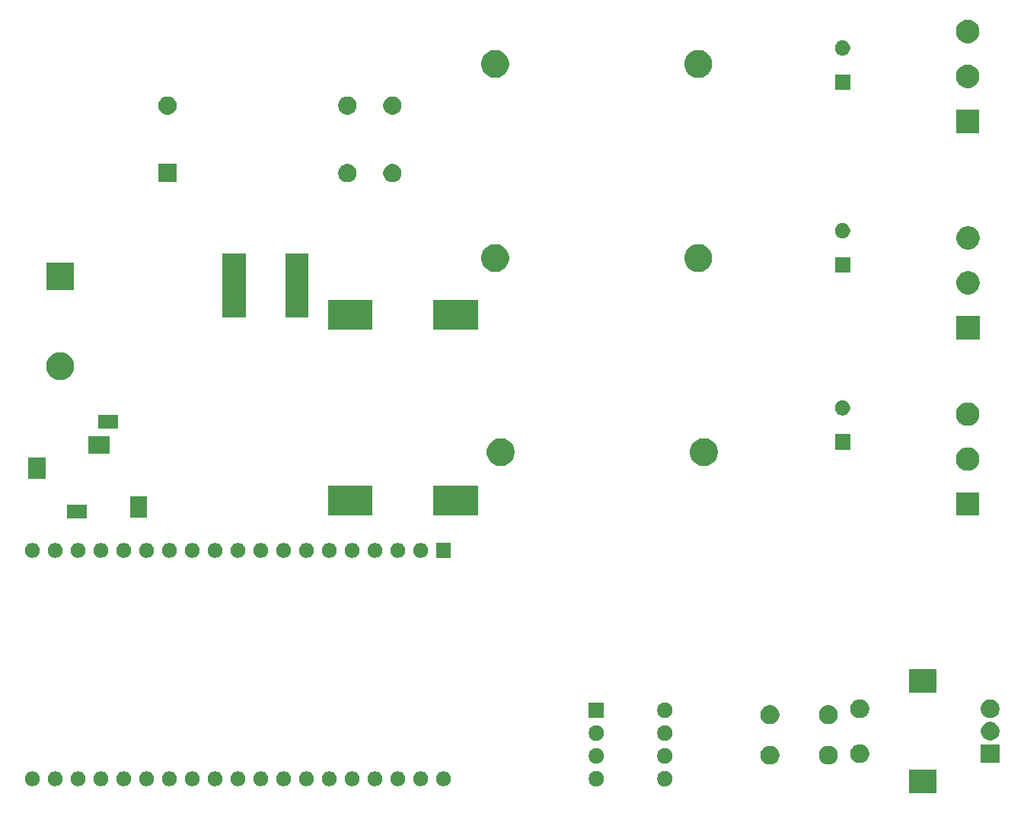
<source format=gbr>
G04 #@! TF.GenerationSoftware,KiCad,Pcbnew,5.1.6+dfsg1-1*
G04 #@! TF.CreationDate,2020-08-30T09:22:10+02:00*
G04 #@! TF.ProjectId,ledStripDriver,6c656453-7472-4697-9044-72697665722e,rev?*
G04 #@! TF.SameCoordinates,Original*
G04 #@! TF.FileFunction,Soldermask,Bot*
G04 #@! TF.FilePolarity,Negative*
%FSLAX46Y46*%
G04 Gerber Fmt 4.6, Leading zero omitted, Abs format (unit mm)*
G04 Created by KiCad (PCBNEW 5.1.6+dfsg1-1) date 2020-08-30 09:22:10*
%MOMM*%
%LPD*%
G01*
G04 APERTURE LIST*
%ADD10C,0.100000*%
G04 APERTURE END LIST*
D10*
G36*
X202551000Y-139237000D02*
G01*
X199449000Y-139237000D01*
X199449000Y-136635000D01*
X202551000Y-136635000D01*
X202551000Y-139237000D01*
G37*
G36*
X172568228Y-136801703D02*
G01*
X172723100Y-136865853D01*
X172862481Y-136958985D01*
X172981015Y-137077519D01*
X173074147Y-137216900D01*
X173138297Y-137371772D01*
X173171000Y-137536184D01*
X173171000Y-137703816D01*
X173138297Y-137868228D01*
X173074147Y-138023100D01*
X172981015Y-138162481D01*
X172862481Y-138281015D01*
X172723100Y-138374147D01*
X172568228Y-138438297D01*
X172403816Y-138471000D01*
X172236184Y-138471000D01*
X172071772Y-138438297D01*
X171916900Y-138374147D01*
X171777519Y-138281015D01*
X171658985Y-138162481D01*
X171565853Y-138023100D01*
X171501703Y-137868228D01*
X171469000Y-137703816D01*
X171469000Y-137536184D01*
X171501703Y-137371772D01*
X171565853Y-137216900D01*
X171658985Y-137077519D01*
X171777519Y-136958985D01*
X171916900Y-136865853D01*
X172071772Y-136801703D01*
X172236184Y-136769000D01*
X172403816Y-136769000D01*
X172568228Y-136801703D01*
G37*
G36*
X164948228Y-136801703D02*
G01*
X165103100Y-136865853D01*
X165242481Y-136958985D01*
X165361015Y-137077519D01*
X165454147Y-137216900D01*
X165518297Y-137371772D01*
X165551000Y-137536184D01*
X165551000Y-137703816D01*
X165518297Y-137868228D01*
X165454147Y-138023100D01*
X165361015Y-138162481D01*
X165242481Y-138281015D01*
X165103100Y-138374147D01*
X164948228Y-138438297D01*
X164783816Y-138471000D01*
X164616184Y-138471000D01*
X164451772Y-138438297D01*
X164296900Y-138374147D01*
X164157519Y-138281015D01*
X164038985Y-138162481D01*
X163945853Y-138023100D01*
X163881703Y-137868228D01*
X163849000Y-137703816D01*
X163849000Y-137536184D01*
X163881703Y-137371772D01*
X163945853Y-137216900D01*
X164038985Y-137077519D01*
X164157519Y-136958985D01*
X164296900Y-136865853D01*
X164451772Y-136801703D01*
X164616184Y-136769000D01*
X164783816Y-136769000D01*
X164948228Y-136801703D01*
G37*
G36*
X140322394Y-136830934D02*
G01*
X140473624Y-136893576D01*
X140473626Y-136893577D01*
X140609732Y-136984520D01*
X140725480Y-137100268D01*
X140803411Y-137216900D01*
X140816424Y-137236376D01*
X140879066Y-137387606D01*
X140911000Y-137548152D01*
X140911000Y-137711848D01*
X140879066Y-137872394D01*
X140816642Y-138023097D01*
X140816423Y-138023626D01*
X140725480Y-138159732D01*
X140609732Y-138275480D01*
X140473626Y-138366423D01*
X140473625Y-138366424D01*
X140473624Y-138366424D01*
X140322394Y-138429066D01*
X140161848Y-138461000D01*
X139998152Y-138461000D01*
X139837606Y-138429066D01*
X139686376Y-138366424D01*
X139686375Y-138366424D01*
X139686374Y-138366423D01*
X139550268Y-138275480D01*
X139434520Y-138159732D01*
X139343577Y-138023626D01*
X139343358Y-138023097D01*
X139280934Y-137872394D01*
X139249000Y-137711848D01*
X139249000Y-137548152D01*
X139280934Y-137387606D01*
X139343576Y-137236376D01*
X139356589Y-137216900D01*
X139434520Y-137100268D01*
X139550268Y-136984520D01*
X139686374Y-136893577D01*
X139686376Y-136893576D01*
X139837606Y-136830934D01*
X139998152Y-136799000D01*
X140161848Y-136799000D01*
X140322394Y-136830934D01*
G37*
G36*
X120002394Y-136830934D02*
G01*
X120153624Y-136893576D01*
X120153626Y-136893577D01*
X120289732Y-136984520D01*
X120405480Y-137100268D01*
X120483411Y-137216900D01*
X120496424Y-137236376D01*
X120559066Y-137387606D01*
X120591000Y-137548152D01*
X120591000Y-137711848D01*
X120559066Y-137872394D01*
X120496642Y-138023097D01*
X120496423Y-138023626D01*
X120405480Y-138159732D01*
X120289732Y-138275480D01*
X120153626Y-138366423D01*
X120153625Y-138366424D01*
X120153624Y-138366424D01*
X120002394Y-138429066D01*
X119841848Y-138461000D01*
X119678152Y-138461000D01*
X119517606Y-138429066D01*
X119366376Y-138366424D01*
X119366375Y-138366424D01*
X119366374Y-138366423D01*
X119230268Y-138275480D01*
X119114520Y-138159732D01*
X119023577Y-138023626D01*
X119023358Y-138023097D01*
X118960934Y-137872394D01*
X118929000Y-137711848D01*
X118929000Y-137548152D01*
X118960934Y-137387606D01*
X119023576Y-137236376D01*
X119036589Y-137216900D01*
X119114520Y-137100268D01*
X119230268Y-136984520D01*
X119366374Y-136893577D01*
X119366376Y-136893576D01*
X119517606Y-136830934D01*
X119678152Y-136799000D01*
X119841848Y-136799000D01*
X120002394Y-136830934D01*
G37*
G36*
X117462394Y-136830934D02*
G01*
X117613624Y-136893576D01*
X117613626Y-136893577D01*
X117749732Y-136984520D01*
X117865480Y-137100268D01*
X117943411Y-137216900D01*
X117956424Y-137236376D01*
X118019066Y-137387606D01*
X118051000Y-137548152D01*
X118051000Y-137711848D01*
X118019066Y-137872394D01*
X117956642Y-138023097D01*
X117956423Y-138023626D01*
X117865480Y-138159732D01*
X117749732Y-138275480D01*
X117613626Y-138366423D01*
X117613625Y-138366424D01*
X117613624Y-138366424D01*
X117462394Y-138429066D01*
X117301848Y-138461000D01*
X117138152Y-138461000D01*
X116977606Y-138429066D01*
X116826376Y-138366424D01*
X116826375Y-138366424D01*
X116826374Y-138366423D01*
X116690268Y-138275480D01*
X116574520Y-138159732D01*
X116483577Y-138023626D01*
X116483358Y-138023097D01*
X116420934Y-137872394D01*
X116389000Y-137711848D01*
X116389000Y-137548152D01*
X116420934Y-137387606D01*
X116483576Y-137236376D01*
X116496589Y-137216900D01*
X116574520Y-137100268D01*
X116690268Y-136984520D01*
X116826374Y-136893577D01*
X116826376Y-136893576D01*
X116977606Y-136830934D01*
X117138152Y-136799000D01*
X117301848Y-136799000D01*
X117462394Y-136830934D01*
G37*
G36*
X114922394Y-136830934D02*
G01*
X115073624Y-136893576D01*
X115073626Y-136893577D01*
X115209732Y-136984520D01*
X115325480Y-137100268D01*
X115403411Y-137216900D01*
X115416424Y-137236376D01*
X115479066Y-137387606D01*
X115511000Y-137548152D01*
X115511000Y-137711848D01*
X115479066Y-137872394D01*
X115416642Y-138023097D01*
X115416423Y-138023626D01*
X115325480Y-138159732D01*
X115209732Y-138275480D01*
X115073626Y-138366423D01*
X115073625Y-138366424D01*
X115073624Y-138366424D01*
X114922394Y-138429066D01*
X114761848Y-138461000D01*
X114598152Y-138461000D01*
X114437606Y-138429066D01*
X114286376Y-138366424D01*
X114286375Y-138366424D01*
X114286374Y-138366423D01*
X114150268Y-138275480D01*
X114034520Y-138159732D01*
X113943577Y-138023626D01*
X113943358Y-138023097D01*
X113880934Y-137872394D01*
X113849000Y-137711848D01*
X113849000Y-137548152D01*
X113880934Y-137387606D01*
X113943576Y-137236376D01*
X113956589Y-137216900D01*
X114034520Y-137100268D01*
X114150268Y-136984520D01*
X114286374Y-136893577D01*
X114286376Y-136893576D01*
X114437606Y-136830934D01*
X114598152Y-136799000D01*
X114761848Y-136799000D01*
X114922394Y-136830934D01*
G37*
G36*
X112382394Y-136830934D02*
G01*
X112533624Y-136893576D01*
X112533626Y-136893577D01*
X112669732Y-136984520D01*
X112785480Y-137100268D01*
X112863411Y-137216900D01*
X112876424Y-137236376D01*
X112939066Y-137387606D01*
X112971000Y-137548152D01*
X112971000Y-137711848D01*
X112939066Y-137872394D01*
X112876642Y-138023097D01*
X112876423Y-138023626D01*
X112785480Y-138159732D01*
X112669732Y-138275480D01*
X112533626Y-138366423D01*
X112533625Y-138366424D01*
X112533624Y-138366424D01*
X112382394Y-138429066D01*
X112221848Y-138461000D01*
X112058152Y-138461000D01*
X111897606Y-138429066D01*
X111746376Y-138366424D01*
X111746375Y-138366424D01*
X111746374Y-138366423D01*
X111610268Y-138275480D01*
X111494520Y-138159732D01*
X111403577Y-138023626D01*
X111403358Y-138023097D01*
X111340934Y-137872394D01*
X111309000Y-137711848D01*
X111309000Y-137548152D01*
X111340934Y-137387606D01*
X111403576Y-137236376D01*
X111416589Y-137216900D01*
X111494520Y-137100268D01*
X111610268Y-136984520D01*
X111746374Y-136893577D01*
X111746376Y-136893576D01*
X111897606Y-136830934D01*
X112058152Y-136799000D01*
X112221848Y-136799000D01*
X112382394Y-136830934D01*
G37*
G36*
X109842394Y-136830934D02*
G01*
X109993624Y-136893576D01*
X109993626Y-136893577D01*
X110129732Y-136984520D01*
X110245480Y-137100268D01*
X110323411Y-137216900D01*
X110336424Y-137236376D01*
X110399066Y-137387606D01*
X110431000Y-137548152D01*
X110431000Y-137711848D01*
X110399066Y-137872394D01*
X110336642Y-138023097D01*
X110336423Y-138023626D01*
X110245480Y-138159732D01*
X110129732Y-138275480D01*
X109993626Y-138366423D01*
X109993625Y-138366424D01*
X109993624Y-138366424D01*
X109842394Y-138429066D01*
X109681848Y-138461000D01*
X109518152Y-138461000D01*
X109357606Y-138429066D01*
X109206376Y-138366424D01*
X109206375Y-138366424D01*
X109206374Y-138366423D01*
X109070268Y-138275480D01*
X108954520Y-138159732D01*
X108863577Y-138023626D01*
X108863358Y-138023097D01*
X108800934Y-137872394D01*
X108769000Y-137711848D01*
X108769000Y-137548152D01*
X108800934Y-137387606D01*
X108863576Y-137236376D01*
X108876589Y-137216900D01*
X108954520Y-137100268D01*
X109070268Y-136984520D01*
X109206374Y-136893577D01*
X109206376Y-136893576D01*
X109357606Y-136830934D01*
X109518152Y-136799000D01*
X109681848Y-136799000D01*
X109842394Y-136830934D01*
G37*
G36*
X107302394Y-136830934D02*
G01*
X107453624Y-136893576D01*
X107453626Y-136893577D01*
X107589732Y-136984520D01*
X107705480Y-137100268D01*
X107783411Y-137216900D01*
X107796424Y-137236376D01*
X107859066Y-137387606D01*
X107891000Y-137548152D01*
X107891000Y-137711848D01*
X107859066Y-137872394D01*
X107796642Y-138023097D01*
X107796423Y-138023626D01*
X107705480Y-138159732D01*
X107589732Y-138275480D01*
X107453626Y-138366423D01*
X107453625Y-138366424D01*
X107453624Y-138366424D01*
X107302394Y-138429066D01*
X107141848Y-138461000D01*
X106978152Y-138461000D01*
X106817606Y-138429066D01*
X106666376Y-138366424D01*
X106666375Y-138366424D01*
X106666374Y-138366423D01*
X106530268Y-138275480D01*
X106414520Y-138159732D01*
X106323577Y-138023626D01*
X106323358Y-138023097D01*
X106260934Y-137872394D01*
X106229000Y-137711848D01*
X106229000Y-137548152D01*
X106260934Y-137387606D01*
X106323576Y-137236376D01*
X106336589Y-137216900D01*
X106414520Y-137100268D01*
X106530268Y-136984520D01*
X106666374Y-136893577D01*
X106666376Y-136893576D01*
X106817606Y-136830934D01*
X106978152Y-136799000D01*
X107141848Y-136799000D01*
X107302394Y-136830934D01*
G37*
G36*
X104762394Y-136830934D02*
G01*
X104913624Y-136893576D01*
X104913626Y-136893577D01*
X105049732Y-136984520D01*
X105165480Y-137100268D01*
X105243411Y-137216900D01*
X105256424Y-137236376D01*
X105319066Y-137387606D01*
X105351000Y-137548152D01*
X105351000Y-137711848D01*
X105319066Y-137872394D01*
X105256642Y-138023097D01*
X105256423Y-138023626D01*
X105165480Y-138159732D01*
X105049732Y-138275480D01*
X104913626Y-138366423D01*
X104913625Y-138366424D01*
X104913624Y-138366424D01*
X104762394Y-138429066D01*
X104601848Y-138461000D01*
X104438152Y-138461000D01*
X104277606Y-138429066D01*
X104126376Y-138366424D01*
X104126375Y-138366424D01*
X104126374Y-138366423D01*
X103990268Y-138275480D01*
X103874520Y-138159732D01*
X103783577Y-138023626D01*
X103783358Y-138023097D01*
X103720934Y-137872394D01*
X103689000Y-137711848D01*
X103689000Y-137548152D01*
X103720934Y-137387606D01*
X103783576Y-137236376D01*
X103796589Y-137216900D01*
X103874520Y-137100268D01*
X103990268Y-136984520D01*
X104126374Y-136893577D01*
X104126376Y-136893576D01*
X104277606Y-136830934D01*
X104438152Y-136799000D01*
X104601848Y-136799000D01*
X104762394Y-136830934D01*
G37*
G36*
X102222394Y-136830934D02*
G01*
X102373624Y-136893576D01*
X102373626Y-136893577D01*
X102509732Y-136984520D01*
X102625480Y-137100268D01*
X102703411Y-137216900D01*
X102716424Y-137236376D01*
X102779066Y-137387606D01*
X102811000Y-137548152D01*
X102811000Y-137711848D01*
X102779066Y-137872394D01*
X102716642Y-138023097D01*
X102716423Y-138023626D01*
X102625480Y-138159732D01*
X102509732Y-138275480D01*
X102373626Y-138366423D01*
X102373625Y-138366424D01*
X102373624Y-138366424D01*
X102222394Y-138429066D01*
X102061848Y-138461000D01*
X101898152Y-138461000D01*
X101737606Y-138429066D01*
X101586376Y-138366424D01*
X101586375Y-138366424D01*
X101586374Y-138366423D01*
X101450268Y-138275480D01*
X101334520Y-138159732D01*
X101243577Y-138023626D01*
X101243358Y-138023097D01*
X101180934Y-137872394D01*
X101149000Y-137711848D01*
X101149000Y-137548152D01*
X101180934Y-137387606D01*
X101243576Y-137236376D01*
X101256589Y-137216900D01*
X101334520Y-137100268D01*
X101450268Y-136984520D01*
X101586374Y-136893577D01*
X101586376Y-136893576D01*
X101737606Y-136830934D01*
X101898152Y-136799000D01*
X102061848Y-136799000D01*
X102222394Y-136830934D01*
G37*
G36*
X147942394Y-136830934D02*
G01*
X148093624Y-136893576D01*
X148093626Y-136893577D01*
X148229732Y-136984520D01*
X148345480Y-137100268D01*
X148423411Y-137216900D01*
X148436424Y-137236376D01*
X148499066Y-137387606D01*
X148531000Y-137548152D01*
X148531000Y-137711848D01*
X148499066Y-137872394D01*
X148436642Y-138023097D01*
X148436423Y-138023626D01*
X148345480Y-138159732D01*
X148229732Y-138275480D01*
X148093626Y-138366423D01*
X148093625Y-138366424D01*
X148093624Y-138366424D01*
X147942394Y-138429066D01*
X147781848Y-138461000D01*
X147618152Y-138461000D01*
X147457606Y-138429066D01*
X147306376Y-138366424D01*
X147306375Y-138366424D01*
X147306374Y-138366423D01*
X147170268Y-138275480D01*
X147054520Y-138159732D01*
X146963577Y-138023626D01*
X146963358Y-138023097D01*
X146900934Y-137872394D01*
X146869000Y-137711848D01*
X146869000Y-137548152D01*
X146900934Y-137387606D01*
X146963576Y-137236376D01*
X146976589Y-137216900D01*
X147054520Y-137100268D01*
X147170268Y-136984520D01*
X147306374Y-136893577D01*
X147306376Y-136893576D01*
X147457606Y-136830934D01*
X147618152Y-136799000D01*
X147781848Y-136799000D01*
X147942394Y-136830934D01*
G37*
G36*
X125082394Y-136830934D02*
G01*
X125233624Y-136893576D01*
X125233626Y-136893577D01*
X125369732Y-136984520D01*
X125485480Y-137100268D01*
X125563411Y-137216900D01*
X125576424Y-137236376D01*
X125639066Y-137387606D01*
X125671000Y-137548152D01*
X125671000Y-137711848D01*
X125639066Y-137872394D01*
X125576642Y-138023097D01*
X125576423Y-138023626D01*
X125485480Y-138159732D01*
X125369732Y-138275480D01*
X125233626Y-138366423D01*
X125233625Y-138366424D01*
X125233624Y-138366424D01*
X125082394Y-138429066D01*
X124921848Y-138461000D01*
X124758152Y-138461000D01*
X124597606Y-138429066D01*
X124446376Y-138366424D01*
X124446375Y-138366424D01*
X124446374Y-138366423D01*
X124310268Y-138275480D01*
X124194520Y-138159732D01*
X124103577Y-138023626D01*
X124103358Y-138023097D01*
X124040934Y-137872394D01*
X124009000Y-137711848D01*
X124009000Y-137548152D01*
X124040934Y-137387606D01*
X124103576Y-137236376D01*
X124116589Y-137216900D01*
X124194520Y-137100268D01*
X124310268Y-136984520D01*
X124446374Y-136893577D01*
X124446376Y-136893576D01*
X124597606Y-136830934D01*
X124758152Y-136799000D01*
X124921848Y-136799000D01*
X125082394Y-136830934D01*
G37*
G36*
X127622394Y-136830934D02*
G01*
X127773624Y-136893576D01*
X127773626Y-136893577D01*
X127909732Y-136984520D01*
X128025480Y-137100268D01*
X128103411Y-137216900D01*
X128116424Y-137236376D01*
X128179066Y-137387606D01*
X128211000Y-137548152D01*
X128211000Y-137711848D01*
X128179066Y-137872394D01*
X128116642Y-138023097D01*
X128116423Y-138023626D01*
X128025480Y-138159732D01*
X127909732Y-138275480D01*
X127773626Y-138366423D01*
X127773625Y-138366424D01*
X127773624Y-138366424D01*
X127622394Y-138429066D01*
X127461848Y-138461000D01*
X127298152Y-138461000D01*
X127137606Y-138429066D01*
X126986376Y-138366424D01*
X126986375Y-138366424D01*
X126986374Y-138366423D01*
X126850268Y-138275480D01*
X126734520Y-138159732D01*
X126643577Y-138023626D01*
X126643358Y-138023097D01*
X126580934Y-137872394D01*
X126549000Y-137711848D01*
X126549000Y-137548152D01*
X126580934Y-137387606D01*
X126643576Y-137236376D01*
X126656589Y-137216900D01*
X126734520Y-137100268D01*
X126850268Y-136984520D01*
X126986374Y-136893577D01*
X126986376Y-136893576D01*
X127137606Y-136830934D01*
X127298152Y-136799000D01*
X127461848Y-136799000D01*
X127622394Y-136830934D01*
G37*
G36*
X130162394Y-136830934D02*
G01*
X130313624Y-136893576D01*
X130313626Y-136893577D01*
X130449732Y-136984520D01*
X130565480Y-137100268D01*
X130643411Y-137216900D01*
X130656424Y-137236376D01*
X130719066Y-137387606D01*
X130751000Y-137548152D01*
X130751000Y-137711848D01*
X130719066Y-137872394D01*
X130656642Y-138023097D01*
X130656423Y-138023626D01*
X130565480Y-138159732D01*
X130449732Y-138275480D01*
X130313626Y-138366423D01*
X130313625Y-138366424D01*
X130313624Y-138366424D01*
X130162394Y-138429066D01*
X130001848Y-138461000D01*
X129838152Y-138461000D01*
X129677606Y-138429066D01*
X129526376Y-138366424D01*
X129526375Y-138366424D01*
X129526374Y-138366423D01*
X129390268Y-138275480D01*
X129274520Y-138159732D01*
X129183577Y-138023626D01*
X129183358Y-138023097D01*
X129120934Y-137872394D01*
X129089000Y-137711848D01*
X129089000Y-137548152D01*
X129120934Y-137387606D01*
X129183576Y-137236376D01*
X129196589Y-137216900D01*
X129274520Y-137100268D01*
X129390268Y-136984520D01*
X129526374Y-136893577D01*
X129526376Y-136893576D01*
X129677606Y-136830934D01*
X129838152Y-136799000D01*
X130001848Y-136799000D01*
X130162394Y-136830934D01*
G37*
G36*
X145402394Y-136830934D02*
G01*
X145553624Y-136893576D01*
X145553626Y-136893577D01*
X145689732Y-136984520D01*
X145805480Y-137100268D01*
X145883411Y-137216900D01*
X145896424Y-137236376D01*
X145959066Y-137387606D01*
X145991000Y-137548152D01*
X145991000Y-137711848D01*
X145959066Y-137872394D01*
X145896642Y-138023097D01*
X145896423Y-138023626D01*
X145805480Y-138159732D01*
X145689732Y-138275480D01*
X145553626Y-138366423D01*
X145553625Y-138366424D01*
X145553624Y-138366424D01*
X145402394Y-138429066D01*
X145241848Y-138461000D01*
X145078152Y-138461000D01*
X144917606Y-138429066D01*
X144766376Y-138366424D01*
X144766375Y-138366424D01*
X144766374Y-138366423D01*
X144630268Y-138275480D01*
X144514520Y-138159732D01*
X144423577Y-138023626D01*
X144423358Y-138023097D01*
X144360934Y-137872394D01*
X144329000Y-137711848D01*
X144329000Y-137548152D01*
X144360934Y-137387606D01*
X144423576Y-137236376D01*
X144436589Y-137216900D01*
X144514520Y-137100268D01*
X144630268Y-136984520D01*
X144766374Y-136893577D01*
X144766376Y-136893576D01*
X144917606Y-136830934D01*
X145078152Y-136799000D01*
X145241848Y-136799000D01*
X145402394Y-136830934D01*
G37*
G36*
X132702394Y-136830934D02*
G01*
X132853624Y-136893576D01*
X132853626Y-136893577D01*
X132989732Y-136984520D01*
X133105480Y-137100268D01*
X133183411Y-137216900D01*
X133196424Y-137236376D01*
X133259066Y-137387606D01*
X133291000Y-137548152D01*
X133291000Y-137711848D01*
X133259066Y-137872394D01*
X133196642Y-138023097D01*
X133196423Y-138023626D01*
X133105480Y-138159732D01*
X132989732Y-138275480D01*
X132853626Y-138366423D01*
X132853625Y-138366424D01*
X132853624Y-138366424D01*
X132702394Y-138429066D01*
X132541848Y-138461000D01*
X132378152Y-138461000D01*
X132217606Y-138429066D01*
X132066376Y-138366424D01*
X132066375Y-138366424D01*
X132066374Y-138366423D01*
X131930268Y-138275480D01*
X131814520Y-138159732D01*
X131723577Y-138023626D01*
X131723358Y-138023097D01*
X131660934Y-137872394D01*
X131629000Y-137711848D01*
X131629000Y-137548152D01*
X131660934Y-137387606D01*
X131723576Y-137236376D01*
X131736589Y-137216900D01*
X131814520Y-137100268D01*
X131930268Y-136984520D01*
X132066374Y-136893577D01*
X132066376Y-136893576D01*
X132217606Y-136830934D01*
X132378152Y-136799000D01*
X132541848Y-136799000D01*
X132702394Y-136830934D01*
G37*
G36*
X135242394Y-136830934D02*
G01*
X135393624Y-136893576D01*
X135393626Y-136893577D01*
X135529732Y-136984520D01*
X135645480Y-137100268D01*
X135723411Y-137216900D01*
X135736424Y-137236376D01*
X135799066Y-137387606D01*
X135831000Y-137548152D01*
X135831000Y-137711848D01*
X135799066Y-137872394D01*
X135736642Y-138023097D01*
X135736423Y-138023626D01*
X135645480Y-138159732D01*
X135529732Y-138275480D01*
X135393626Y-138366423D01*
X135393625Y-138366424D01*
X135393624Y-138366424D01*
X135242394Y-138429066D01*
X135081848Y-138461000D01*
X134918152Y-138461000D01*
X134757606Y-138429066D01*
X134606376Y-138366424D01*
X134606375Y-138366424D01*
X134606374Y-138366423D01*
X134470268Y-138275480D01*
X134354520Y-138159732D01*
X134263577Y-138023626D01*
X134263358Y-138023097D01*
X134200934Y-137872394D01*
X134169000Y-137711848D01*
X134169000Y-137548152D01*
X134200934Y-137387606D01*
X134263576Y-137236376D01*
X134276589Y-137216900D01*
X134354520Y-137100268D01*
X134470268Y-136984520D01*
X134606374Y-136893577D01*
X134606376Y-136893576D01*
X134757606Y-136830934D01*
X134918152Y-136799000D01*
X135081848Y-136799000D01*
X135242394Y-136830934D01*
G37*
G36*
X137782394Y-136830934D02*
G01*
X137933624Y-136893576D01*
X137933626Y-136893577D01*
X138069732Y-136984520D01*
X138185480Y-137100268D01*
X138263411Y-137216900D01*
X138276424Y-137236376D01*
X138339066Y-137387606D01*
X138371000Y-137548152D01*
X138371000Y-137711848D01*
X138339066Y-137872394D01*
X138276642Y-138023097D01*
X138276423Y-138023626D01*
X138185480Y-138159732D01*
X138069732Y-138275480D01*
X137933626Y-138366423D01*
X137933625Y-138366424D01*
X137933624Y-138366424D01*
X137782394Y-138429066D01*
X137621848Y-138461000D01*
X137458152Y-138461000D01*
X137297606Y-138429066D01*
X137146376Y-138366424D01*
X137146375Y-138366424D01*
X137146374Y-138366423D01*
X137010268Y-138275480D01*
X136894520Y-138159732D01*
X136803577Y-138023626D01*
X136803358Y-138023097D01*
X136740934Y-137872394D01*
X136709000Y-137711848D01*
X136709000Y-137548152D01*
X136740934Y-137387606D01*
X136803576Y-137236376D01*
X136816589Y-137216900D01*
X136894520Y-137100268D01*
X137010268Y-136984520D01*
X137146374Y-136893577D01*
X137146376Y-136893576D01*
X137297606Y-136830934D01*
X137458152Y-136799000D01*
X137621848Y-136799000D01*
X137782394Y-136830934D01*
G37*
G36*
X142862394Y-136830934D02*
G01*
X143013624Y-136893576D01*
X143013626Y-136893577D01*
X143149732Y-136984520D01*
X143265480Y-137100268D01*
X143343411Y-137216900D01*
X143356424Y-137236376D01*
X143419066Y-137387606D01*
X143451000Y-137548152D01*
X143451000Y-137711848D01*
X143419066Y-137872394D01*
X143356642Y-138023097D01*
X143356423Y-138023626D01*
X143265480Y-138159732D01*
X143149732Y-138275480D01*
X143013626Y-138366423D01*
X143013625Y-138366424D01*
X143013624Y-138366424D01*
X142862394Y-138429066D01*
X142701848Y-138461000D01*
X142538152Y-138461000D01*
X142377606Y-138429066D01*
X142226376Y-138366424D01*
X142226375Y-138366424D01*
X142226374Y-138366423D01*
X142090268Y-138275480D01*
X141974520Y-138159732D01*
X141883577Y-138023626D01*
X141883358Y-138023097D01*
X141820934Y-137872394D01*
X141789000Y-137711848D01*
X141789000Y-137548152D01*
X141820934Y-137387606D01*
X141883576Y-137236376D01*
X141896589Y-137216900D01*
X141974520Y-137100268D01*
X142090268Y-136984520D01*
X142226374Y-136893577D01*
X142226376Y-136893576D01*
X142377606Y-136830934D01*
X142538152Y-136799000D01*
X142701848Y-136799000D01*
X142862394Y-136830934D01*
G37*
G36*
X122542394Y-136830934D02*
G01*
X122693624Y-136893576D01*
X122693626Y-136893577D01*
X122829732Y-136984520D01*
X122945480Y-137100268D01*
X123023411Y-137216900D01*
X123036424Y-137236376D01*
X123099066Y-137387606D01*
X123131000Y-137548152D01*
X123131000Y-137711848D01*
X123099066Y-137872394D01*
X123036642Y-138023097D01*
X123036423Y-138023626D01*
X122945480Y-138159732D01*
X122829732Y-138275480D01*
X122693626Y-138366423D01*
X122693625Y-138366424D01*
X122693624Y-138366424D01*
X122542394Y-138429066D01*
X122381848Y-138461000D01*
X122218152Y-138461000D01*
X122057606Y-138429066D01*
X121906376Y-138366424D01*
X121906375Y-138366424D01*
X121906374Y-138366423D01*
X121770268Y-138275480D01*
X121654520Y-138159732D01*
X121563577Y-138023626D01*
X121563358Y-138023097D01*
X121500934Y-137872394D01*
X121469000Y-137711848D01*
X121469000Y-137548152D01*
X121500934Y-137387606D01*
X121563576Y-137236376D01*
X121576589Y-137216900D01*
X121654520Y-137100268D01*
X121770268Y-136984520D01*
X121906374Y-136893577D01*
X121906376Y-136893576D01*
X122057606Y-136830934D01*
X122218152Y-136799000D01*
X122381848Y-136799000D01*
X122542394Y-136830934D01*
G37*
G36*
X184306564Y-133989389D02*
G01*
X184497833Y-134068615D01*
X184497835Y-134068616D01*
X184643621Y-134166027D01*
X184669973Y-134183635D01*
X184816365Y-134330027D01*
X184931385Y-134502167D01*
X185010611Y-134693436D01*
X185051000Y-134896484D01*
X185051000Y-135103516D01*
X185010611Y-135306564D01*
X184931385Y-135497833D01*
X184931384Y-135497835D01*
X184816365Y-135669973D01*
X184669973Y-135816365D01*
X184497835Y-135931384D01*
X184497834Y-135931385D01*
X184497833Y-135931385D01*
X184306564Y-136010611D01*
X184103516Y-136051000D01*
X183896484Y-136051000D01*
X183693436Y-136010611D01*
X183502167Y-135931385D01*
X183502166Y-135931385D01*
X183502165Y-135931384D01*
X183330027Y-135816365D01*
X183183635Y-135669973D01*
X183068616Y-135497835D01*
X183068615Y-135497833D01*
X182989389Y-135306564D01*
X182949000Y-135103516D01*
X182949000Y-134896484D01*
X182989389Y-134693436D01*
X183068615Y-134502167D01*
X183183635Y-134330027D01*
X183330027Y-134183635D01*
X183356379Y-134166027D01*
X183502165Y-134068616D01*
X183502167Y-134068615D01*
X183693436Y-133989389D01*
X183896484Y-133949000D01*
X184103516Y-133949000D01*
X184306564Y-133989389D01*
G37*
G36*
X190806564Y-133989389D02*
G01*
X190997833Y-134068615D01*
X190997835Y-134068616D01*
X191143621Y-134166027D01*
X191169973Y-134183635D01*
X191316365Y-134330027D01*
X191431385Y-134502167D01*
X191510611Y-134693436D01*
X191551000Y-134896484D01*
X191551000Y-135103516D01*
X191510611Y-135306564D01*
X191431385Y-135497833D01*
X191431384Y-135497835D01*
X191316365Y-135669973D01*
X191169973Y-135816365D01*
X190997835Y-135931384D01*
X190997834Y-135931385D01*
X190997833Y-135931385D01*
X190806564Y-136010611D01*
X190603516Y-136051000D01*
X190396484Y-136051000D01*
X190193436Y-136010611D01*
X190002167Y-135931385D01*
X190002166Y-135931385D01*
X190002165Y-135931384D01*
X189830027Y-135816365D01*
X189683635Y-135669973D01*
X189568616Y-135497835D01*
X189568615Y-135497833D01*
X189489389Y-135306564D01*
X189449000Y-135103516D01*
X189449000Y-134896484D01*
X189489389Y-134693436D01*
X189568615Y-134502167D01*
X189683635Y-134330027D01*
X189830027Y-134183635D01*
X189856379Y-134166027D01*
X190002165Y-134068616D01*
X190002167Y-134068615D01*
X190193436Y-133989389D01*
X190396484Y-133949000D01*
X190603516Y-133949000D01*
X190806564Y-133989389D01*
G37*
G36*
X172568228Y-134261703D02*
G01*
X172723100Y-134325853D01*
X172862481Y-134418985D01*
X172981015Y-134537519D01*
X173074147Y-134676900D01*
X173138297Y-134831772D01*
X173171000Y-134996184D01*
X173171000Y-135163816D01*
X173138297Y-135328228D01*
X173074147Y-135483100D01*
X172981015Y-135622481D01*
X172862481Y-135741015D01*
X172723100Y-135834147D01*
X172568228Y-135898297D01*
X172403816Y-135931000D01*
X172236184Y-135931000D01*
X172071772Y-135898297D01*
X171916900Y-135834147D01*
X171777519Y-135741015D01*
X171658985Y-135622481D01*
X171565853Y-135483100D01*
X171501703Y-135328228D01*
X171469000Y-135163816D01*
X171469000Y-134996184D01*
X171501703Y-134831772D01*
X171565853Y-134676900D01*
X171658985Y-134537519D01*
X171777519Y-134418985D01*
X171916900Y-134325853D01*
X172071772Y-134261703D01*
X172236184Y-134229000D01*
X172403816Y-134229000D01*
X172568228Y-134261703D01*
G37*
G36*
X164948228Y-134261703D02*
G01*
X165103100Y-134325853D01*
X165242481Y-134418985D01*
X165361015Y-134537519D01*
X165454147Y-134676900D01*
X165518297Y-134831772D01*
X165551000Y-134996184D01*
X165551000Y-135163816D01*
X165518297Y-135328228D01*
X165454147Y-135483100D01*
X165361015Y-135622481D01*
X165242481Y-135741015D01*
X165103100Y-135834147D01*
X164948228Y-135898297D01*
X164783816Y-135931000D01*
X164616184Y-135931000D01*
X164451772Y-135898297D01*
X164296900Y-135834147D01*
X164157519Y-135741015D01*
X164038985Y-135622481D01*
X163945853Y-135483100D01*
X163881703Y-135328228D01*
X163849000Y-135163816D01*
X163849000Y-134996184D01*
X163881703Y-134831772D01*
X163945853Y-134676900D01*
X164038985Y-134537519D01*
X164157519Y-134418985D01*
X164296900Y-134325853D01*
X164451772Y-134261703D01*
X164616184Y-134229000D01*
X164783816Y-134229000D01*
X164948228Y-134261703D01*
G37*
G36*
X194306564Y-133825389D02*
G01*
X194497833Y-133904615D01*
X194497835Y-133904616D01*
X194669973Y-134019635D01*
X194816365Y-134166027D01*
X194923157Y-134325852D01*
X194931385Y-134338167D01*
X195010611Y-134529436D01*
X195051000Y-134732484D01*
X195051000Y-134939516D01*
X195010611Y-135142564D01*
X194933706Y-135328229D01*
X194931384Y-135333835D01*
X194816365Y-135505973D01*
X194669973Y-135652365D01*
X194497835Y-135767384D01*
X194497834Y-135767385D01*
X194497833Y-135767385D01*
X194306564Y-135846611D01*
X194103516Y-135887000D01*
X193896484Y-135887000D01*
X193693436Y-135846611D01*
X193502167Y-135767385D01*
X193502166Y-135767385D01*
X193502165Y-135767384D01*
X193330027Y-135652365D01*
X193183635Y-135505973D01*
X193068616Y-135333835D01*
X193066294Y-135328229D01*
X192989389Y-135142564D01*
X192949000Y-134939516D01*
X192949000Y-134732484D01*
X192989389Y-134529436D01*
X193068615Y-134338167D01*
X193076844Y-134325852D01*
X193183635Y-134166027D01*
X193330027Y-134019635D01*
X193502165Y-133904616D01*
X193502167Y-133904615D01*
X193693436Y-133825389D01*
X193896484Y-133785000D01*
X194103516Y-133785000D01*
X194306564Y-133825389D01*
G37*
G36*
X209551000Y-135887000D02*
G01*
X207449000Y-135887000D01*
X207449000Y-133785000D01*
X209551000Y-133785000D01*
X209551000Y-135887000D01*
G37*
G36*
X172568228Y-131721703D02*
G01*
X172723100Y-131785853D01*
X172862481Y-131878985D01*
X172981015Y-131997519D01*
X173074147Y-132136900D01*
X173138297Y-132291772D01*
X173171000Y-132456184D01*
X173171000Y-132623816D01*
X173138297Y-132788228D01*
X173074147Y-132943100D01*
X172981015Y-133082481D01*
X172862481Y-133201015D01*
X172723100Y-133294147D01*
X172568228Y-133358297D01*
X172403816Y-133391000D01*
X172236184Y-133391000D01*
X172071772Y-133358297D01*
X171916900Y-133294147D01*
X171777519Y-133201015D01*
X171658985Y-133082481D01*
X171565853Y-132943100D01*
X171501703Y-132788228D01*
X171469000Y-132623816D01*
X171469000Y-132456184D01*
X171501703Y-132291772D01*
X171565853Y-132136900D01*
X171658985Y-131997519D01*
X171777519Y-131878985D01*
X171916900Y-131785853D01*
X172071772Y-131721703D01*
X172236184Y-131689000D01*
X172403816Y-131689000D01*
X172568228Y-131721703D01*
G37*
G36*
X164948228Y-131721703D02*
G01*
X165103100Y-131785853D01*
X165242481Y-131878985D01*
X165361015Y-131997519D01*
X165454147Y-132136900D01*
X165518297Y-132291772D01*
X165551000Y-132456184D01*
X165551000Y-132623816D01*
X165518297Y-132788228D01*
X165454147Y-132943100D01*
X165361015Y-133082481D01*
X165242481Y-133201015D01*
X165103100Y-133294147D01*
X164948228Y-133358297D01*
X164783816Y-133391000D01*
X164616184Y-133391000D01*
X164451772Y-133358297D01*
X164296900Y-133294147D01*
X164157519Y-133201015D01*
X164038985Y-133082481D01*
X163945853Y-132943100D01*
X163881703Y-132788228D01*
X163849000Y-132623816D01*
X163849000Y-132456184D01*
X163881703Y-132291772D01*
X163945853Y-132136900D01*
X164038985Y-131997519D01*
X164157519Y-131878985D01*
X164296900Y-131785853D01*
X164451772Y-131721703D01*
X164616184Y-131689000D01*
X164783816Y-131689000D01*
X164948228Y-131721703D01*
G37*
G36*
X208806564Y-131325389D02*
G01*
X208997833Y-131404615D01*
X208997835Y-131404616D01*
X209169973Y-131519635D01*
X209316365Y-131666027D01*
X209396430Y-131785852D01*
X209431385Y-131838167D01*
X209510611Y-132029436D01*
X209551000Y-132232484D01*
X209551000Y-132439516D01*
X209510611Y-132642564D01*
X209431385Y-132833833D01*
X209431384Y-132833835D01*
X209316365Y-133005973D01*
X209169973Y-133152365D01*
X208997835Y-133267384D01*
X208997834Y-133267385D01*
X208997833Y-133267385D01*
X208806564Y-133346611D01*
X208603516Y-133387000D01*
X208396484Y-133387000D01*
X208193436Y-133346611D01*
X208002167Y-133267385D01*
X208002166Y-133267385D01*
X208002165Y-133267384D01*
X207830027Y-133152365D01*
X207683635Y-133005973D01*
X207568616Y-132833835D01*
X207568615Y-132833833D01*
X207489389Y-132642564D01*
X207449000Y-132439516D01*
X207449000Y-132232484D01*
X207489389Y-132029436D01*
X207568615Y-131838167D01*
X207603571Y-131785852D01*
X207683635Y-131666027D01*
X207830027Y-131519635D01*
X208002165Y-131404616D01*
X208002167Y-131404615D01*
X208193436Y-131325389D01*
X208396484Y-131285000D01*
X208603516Y-131285000D01*
X208806564Y-131325389D01*
G37*
G36*
X184306564Y-129489389D02*
G01*
X184497833Y-129568615D01*
X184497835Y-129568616D01*
X184540165Y-129596900D01*
X184669973Y-129683635D01*
X184816365Y-129830027D01*
X184931385Y-130002167D01*
X185010611Y-130193436D01*
X185051000Y-130396484D01*
X185051000Y-130603516D01*
X185010611Y-130806564D01*
X184994023Y-130846610D01*
X184931384Y-130997835D01*
X184816365Y-131169973D01*
X184669973Y-131316365D01*
X184497835Y-131431384D01*
X184497834Y-131431385D01*
X184497833Y-131431385D01*
X184306564Y-131510611D01*
X184103516Y-131551000D01*
X183896484Y-131551000D01*
X183693436Y-131510611D01*
X183502167Y-131431385D01*
X183502166Y-131431385D01*
X183502165Y-131431384D01*
X183330027Y-131316365D01*
X183183635Y-131169973D01*
X183068616Y-130997835D01*
X183005977Y-130846610D01*
X182989389Y-130806564D01*
X182949000Y-130603516D01*
X182949000Y-130396484D01*
X182989389Y-130193436D01*
X183068615Y-130002167D01*
X183183635Y-129830027D01*
X183330027Y-129683635D01*
X183459835Y-129596900D01*
X183502165Y-129568616D01*
X183502167Y-129568615D01*
X183693436Y-129489389D01*
X183896484Y-129449000D01*
X184103516Y-129449000D01*
X184306564Y-129489389D01*
G37*
G36*
X190806564Y-129489389D02*
G01*
X190997833Y-129568615D01*
X190997835Y-129568616D01*
X191040165Y-129596900D01*
X191169973Y-129683635D01*
X191316365Y-129830027D01*
X191431385Y-130002167D01*
X191510611Y-130193436D01*
X191551000Y-130396484D01*
X191551000Y-130603516D01*
X191510611Y-130806564D01*
X191494023Y-130846610D01*
X191431384Y-130997835D01*
X191316365Y-131169973D01*
X191169973Y-131316365D01*
X190997835Y-131431384D01*
X190997834Y-131431385D01*
X190997833Y-131431385D01*
X190806564Y-131510611D01*
X190603516Y-131551000D01*
X190396484Y-131551000D01*
X190193436Y-131510611D01*
X190002167Y-131431385D01*
X190002166Y-131431385D01*
X190002165Y-131431384D01*
X189830027Y-131316365D01*
X189683635Y-131169973D01*
X189568616Y-130997835D01*
X189505977Y-130846610D01*
X189489389Y-130806564D01*
X189449000Y-130603516D01*
X189449000Y-130396484D01*
X189489389Y-130193436D01*
X189568615Y-130002167D01*
X189683635Y-129830027D01*
X189830027Y-129683635D01*
X189959835Y-129596900D01*
X190002165Y-129568616D01*
X190002167Y-129568615D01*
X190193436Y-129489389D01*
X190396484Y-129449000D01*
X190603516Y-129449000D01*
X190806564Y-129489389D01*
G37*
G36*
X194306564Y-128825389D02*
G01*
X194497833Y-128904615D01*
X194497835Y-128904616D01*
X194669973Y-129019635D01*
X194816365Y-129166027D01*
X194931385Y-129338167D01*
X195010611Y-129529436D01*
X195051000Y-129732484D01*
X195051000Y-129939516D01*
X195010611Y-130142564D01*
X194966843Y-130248229D01*
X194931384Y-130333835D01*
X194816365Y-130505973D01*
X194669973Y-130652365D01*
X194497835Y-130767384D01*
X194497834Y-130767385D01*
X194497833Y-130767385D01*
X194306564Y-130846611D01*
X194103516Y-130887000D01*
X193896484Y-130887000D01*
X193693436Y-130846611D01*
X193502167Y-130767385D01*
X193502166Y-130767385D01*
X193502165Y-130767384D01*
X193330027Y-130652365D01*
X193183635Y-130505973D01*
X193068616Y-130333835D01*
X193033157Y-130248229D01*
X192989389Y-130142564D01*
X192949000Y-129939516D01*
X192949000Y-129732484D01*
X192989389Y-129529436D01*
X193068615Y-129338167D01*
X193183635Y-129166027D01*
X193330027Y-129019635D01*
X193502165Y-128904616D01*
X193502167Y-128904615D01*
X193693436Y-128825389D01*
X193896484Y-128785000D01*
X194103516Y-128785000D01*
X194306564Y-128825389D01*
G37*
G36*
X208806564Y-128825389D02*
G01*
X208997833Y-128904615D01*
X208997835Y-128904616D01*
X209169973Y-129019635D01*
X209316365Y-129166027D01*
X209431385Y-129338167D01*
X209510611Y-129529436D01*
X209551000Y-129732484D01*
X209551000Y-129939516D01*
X209510611Y-130142564D01*
X209466843Y-130248229D01*
X209431384Y-130333835D01*
X209316365Y-130505973D01*
X209169973Y-130652365D01*
X208997835Y-130767384D01*
X208997834Y-130767385D01*
X208997833Y-130767385D01*
X208806564Y-130846611D01*
X208603516Y-130887000D01*
X208396484Y-130887000D01*
X208193436Y-130846611D01*
X208002167Y-130767385D01*
X208002166Y-130767385D01*
X208002165Y-130767384D01*
X207830027Y-130652365D01*
X207683635Y-130505973D01*
X207568616Y-130333835D01*
X207533157Y-130248229D01*
X207489389Y-130142564D01*
X207449000Y-129939516D01*
X207449000Y-129732484D01*
X207489389Y-129529436D01*
X207568615Y-129338167D01*
X207683635Y-129166027D01*
X207830027Y-129019635D01*
X208002165Y-128904616D01*
X208002167Y-128904615D01*
X208193436Y-128825389D01*
X208396484Y-128785000D01*
X208603516Y-128785000D01*
X208806564Y-128825389D01*
G37*
G36*
X172568228Y-129181703D02*
G01*
X172723100Y-129245853D01*
X172862481Y-129338985D01*
X172981015Y-129457519D01*
X173074147Y-129596900D01*
X173138297Y-129751772D01*
X173171000Y-129916184D01*
X173171000Y-130083816D01*
X173138297Y-130248228D01*
X173074147Y-130403100D01*
X172981015Y-130542481D01*
X172862481Y-130661015D01*
X172723100Y-130754147D01*
X172568228Y-130818297D01*
X172403816Y-130851000D01*
X172236184Y-130851000D01*
X172071772Y-130818297D01*
X171916900Y-130754147D01*
X171777519Y-130661015D01*
X171658985Y-130542481D01*
X171565853Y-130403100D01*
X171501703Y-130248228D01*
X171469000Y-130083816D01*
X171469000Y-129916184D01*
X171501703Y-129751772D01*
X171565853Y-129596900D01*
X171658985Y-129457519D01*
X171777519Y-129338985D01*
X171916900Y-129245853D01*
X172071772Y-129181703D01*
X172236184Y-129149000D01*
X172403816Y-129149000D01*
X172568228Y-129181703D01*
G37*
G36*
X165551000Y-130851000D02*
G01*
X163849000Y-130851000D01*
X163849000Y-129149000D01*
X165551000Y-129149000D01*
X165551000Y-130851000D01*
G37*
G36*
X202551000Y-128037000D02*
G01*
X199449000Y-128037000D01*
X199449000Y-125435000D01*
X202551000Y-125435000D01*
X202551000Y-128037000D01*
G37*
G36*
X109842394Y-111430934D02*
G01*
X109993624Y-111493576D01*
X109993626Y-111493577D01*
X110129732Y-111584520D01*
X110245480Y-111700268D01*
X110336423Y-111836374D01*
X110336424Y-111836376D01*
X110399066Y-111987606D01*
X110431000Y-112148152D01*
X110431000Y-112311848D01*
X110399066Y-112472394D01*
X110336424Y-112623624D01*
X110336423Y-112623626D01*
X110245480Y-112759732D01*
X110129732Y-112875480D01*
X109993626Y-112966423D01*
X109993625Y-112966424D01*
X109993624Y-112966424D01*
X109842394Y-113029066D01*
X109681848Y-113061000D01*
X109518152Y-113061000D01*
X109357606Y-113029066D01*
X109206376Y-112966424D01*
X109206375Y-112966424D01*
X109206374Y-112966423D01*
X109070268Y-112875480D01*
X108954520Y-112759732D01*
X108863577Y-112623626D01*
X108863576Y-112623624D01*
X108800934Y-112472394D01*
X108769000Y-112311848D01*
X108769000Y-112148152D01*
X108800934Y-111987606D01*
X108863576Y-111836376D01*
X108863577Y-111836374D01*
X108954520Y-111700268D01*
X109070268Y-111584520D01*
X109206374Y-111493577D01*
X109206376Y-111493576D01*
X109357606Y-111430934D01*
X109518152Y-111399000D01*
X109681848Y-111399000D01*
X109842394Y-111430934D01*
G37*
G36*
X102222394Y-111430934D02*
G01*
X102373624Y-111493576D01*
X102373626Y-111493577D01*
X102509732Y-111584520D01*
X102625480Y-111700268D01*
X102716423Y-111836374D01*
X102716424Y-111836376D01*
X102779066Y-111987606D01*
X102811000Y-112148152D01*
X102811000Y-112311848D01*
X102779066Y-112472394D01*
X102716424Y-112623624D01*
X102716423Y-112623626D01*
X102625480Y-112759732D01*
X102509732Y-112875480D01*
X102373626Y-112966423D01*
X102373625Y-112966424D01*
X102373624Y-112966424D01*
X102222394Y-113029066D01*
X102061848Y-113061000D01*
X101898152Y-113061000D01*
X101737606Y-113029066D01*
X101586376Y-112966424D01*
X101586375Y-112966424D01*
X101586374Y-112966423D01*
X101450268Y-112875480D01*
X101334520Y-112759732D01*
X101243577Y-112623626D01*
X101243576Y-112623624D01*
X101180934Y-112472394D01*
X101149000Y-112311848D01*
X101149000Y-112148152D01*
X101180934Y-111987606D01*
X101243576Y-111836376D01*
X101243577Y-111836374D01*
X101334520Y-111700268D01*
X101450268Y-111584520D01*
X101586374Y-111493577D01*
X101586376Y-111493576D01*
X101737606Y-111430934D01*
X101898152Y-111399000D01*
X102061848Y-111399000D01*
X102222394Y-111430934D01*
G37*
G36*
X104762394Y-111430934D02*
G01*
X104913624Y-111493576D01*
X104913626Y-111493577D01*
X105049732Y-111584520D01*
X105165480Y-111700268D01*
X105256423Y-111836374D01*
X105256424Y-111836376D01*
X105319066Y-111987606D01*
X105351000Y-112148152D01*
X105351000Y-112311848D01*
X105319066Y-112472394D01*
X105256424Y-112623624D01*
X105256423Y-112623626D01*
X105165480Y-112759732D01*
X105049732Y-112875480D01*
X104913626Y-112966423D01*
X104913625Y-112966424D01*
X104913624Y-112966424D01*
X104762394Y-113029066D01*
X104601848Y-113061000D01*
X104438152Y-113061000D01*
X104277606Y-113029066D01*
X104126376Y-112966424D01*
X104126375Y-112966424D01*
X104126374Y-112966423D01*
X103990268Y-112875480D01*
X103874520Y-112759732D01*
X103783577Y-112623626D01*
X103783576Y-112623624D01*
X103720934Y-112472394D01*
X103689000Y-112311848D01*
X103689000Y-112148152D01*
X103720934Y-111987606D01*
X103783576Y-111836376D01*
X103783577Y-111836374D01*
X103874520Y-111700268D01*
X103990268Y-111584520D01*
X104126374Y-111493577D01*
X104126376Y-111493576D01*
X104277606Y-111430934D01*
X104438152Y-111399000D01*
X104601848Y-111399000D01*
X104762394Y-111430934D01*
G37*
G36*
X148531000Y-113061000D02*
G01*
X146869000Y-113061000D01*
X146869000Y-111399000D01*
X148531000Y-111399000D01*
X148531000Y-113061000D01*
G37*
G36*
X145402394Y-111430934D02*
G01*
X145553624Y-111493576D01*
X145553626Y-111493577D01*
X145689732Y-111584520D01*
X145805480Y-111700268D01*
X145896423Y-111836374D01*
X145896424Y-111836376D01*
X145959066Y-111987606D01*
X145991000Y-112148152D01*
X145991000Y-112311848D01*
X145959066Y-112472394D01*
X145896424Y-112623624D01*
X145896423Y-112623626D01*
X145805480Y-112759732D01*
X145689732Y-112875480D01*
X145553626Y-112966423D01*
X145553625Y-112966424D01*
X145553624Y-112966424D01*
X145402394Y-113029066D01*
X145241848Y-113061000D01*
X145078152Y-113061000D01*
X144917606Y-113029066D01*
X144766376Y-112966424D01*
X144766375Y-112966424D01*
X144766374Y-112966423D01*
X144630268Y-112875480D01*
X144514520Y-112759732D01*
X144423577Y-112623626D01*
X144423576Y-112623624D01*
X144360934Y-112472394D01*
X144329000Y-112311848D01*
X144329000Y-112148152D01*
X144360934Y-111987606D01*
X144423576Y-111836376D01*
X144423577Y-111836374D01*
X144514520Y-111700268D01*
X144630268Y-111584520D01*
X144766374Y-111493577D01*
X144766376Y-111493576D01*
X144917606Y-111430934D01*
X145078152Y-111399000D01*
X145241848Y-111399000D01*
X145402394Y-111430934D01*
G37*
G36*
X142862394Y-111430934D02*
G01*
X143013624Y-111493576D01*
X143013626Y-111493577D01*
X143149732Y-111584520D01*
X143265480Y-111700268D01*
X143356423Y-111836374D01*
X143356424Y-111836376D01*
X143419066Y-111987606D01*
X143451000Y-112148152D01*
X143451000Y-112311848D01*
X143419066Y-112472394D01*
X143356424Y-112623624D01*
X143356423Y-112623626D01*
X143265480Y-112759732D01*
X143149732Y-112875480D01*
X143013626Y-112966423D01*
X143013625Y-112966424D01*
X143013624Y-112966424D01*
X142862394Y-113029066D01*
X142701848Y-113061000D01*
X142538152Y-113061000D01*
X142377606Y-113029066D01*
X142226376Y-112966424D01*
X142226375Y-112966424D01*
X142226374Y-112966423D01*
X142090268Y-112875480D01*
X141974520Y-112759732D01*
X141883577Y-112623626D01*
X141883576Y-112623624D01*
X141820934Y-112472394D01*
X141789000Y-112311848D01*
X141789000Y-112148152D01*
X141820934Y-111987606D01*
X141883576Y-111836376D01*
X141883577Y-111836374D01*
X141974520Y-111700268D01*
X142090268Y-111584520D01*
X142226374Y-111493577D01*
X142226376Y-111493576D01*
X142377606Y-111430934D01*
X142538152Y-111399000D01*
X142701848Y-111399000D01*
X142862394Y-111430934D01*
G37*
G36*
X140322394Y-111430934D02*
G01*
X140473624Y-111493576D01*
X140473626Y-111493577D01*
X140609732Y-111584520D01*
X140725480Y-111700268D01*
X140816423Y-111836374D01*
X140816424Y-111836376D01*
X140879066Y-111987606D01*
X140911000Y-112148152D01*
X140911000Y-112311848D01*
X140879066Y-112472394D01*
X140816424Y-112623624D01*
X140816423Y-112623626D01*
X140725480Y-112759732D01*
X140609732Y-112875480D01*
X140473626Y-112966423D01*
X140473625Y-112966424D01*
X140473624Y-112966424D01*
X140322394Y-113029066D01*
X140161848Y-113061000D01*
X139998152Y-113061000D01*
X139837606Y-113029066D01*
X139686376Y-112966424D01*
X139686375Y-112966424D01*
X139686374Y-112966423D01*
X139550268Y-112875480D01*
X139434520Y-112759732D01*
X139343577Y-112623626D01*
X139343576Y-112623624D01*
X139280934Y-112472394D01*
X139249000Y-112311848D01*
X139249000Y-112148152D01*
X139280934Y-111987606D01*
X139343576Y-111836376D01*
X139343577Y-111836374D01*
X139434520Y-111700268D01*
X139550268Y-111584520D01*
X139686374Y-111493577D01*
X139686376Y-111493576D01*
X139837606Y-111430934D01*
X139998152Y-111399000D01*
X140161848Y-111399000D01*
X140322394Y-111430934D01*
G37*
G36*
X137782394Y-111430934D02*
G01*
X137933624Y-111493576D01*
X137933626Y-111493577D01*
X138069732Y-111584520D01*
X138185480Y-111700268D01*
X138276423Y-111836374D01*
X138276424Y-111836376D01*
X138339066Y-111987606D01*
X138371000Y-112148152D01*
X138371000Y-112311848D01*
X138339066Y-112472394D01*
X138276424Y-112623624D01*
X138276423Y-112623626D01*
X138185480Y-112759732D01*
X138069732Y-112875480D01*
X137933626Y-112966423D01*
X137933625Y-112966424D01*
X137933624Y-112966424D01*
X137782394Y-113029066D01*
X137621848Y-113061000D01*
X137458152Y-113061000D01*
X137297606Y-113029066D01*
X137146376Y-112966424D01*
X137146375Y-112966424D01*
X137146374Y-112966423D01*
X137010268Y-112875480D01*
X136894520Y-112759732D01*
X136803577Y-112623626D01*
X136803576Y-112623624D01*
X136740934Y-112472394D01*
X136709000Y-112311848D01*
X136709000Y-112148152D01*
X136740934Y-111987606D01*
X136803576Y-111836376D01*
X136803577Y-111836374D01*
X136894520Y-111700268D01*
X137010268Y-111584520D01*
X137146374Y-111493577D01*
X137146376Y-111493576D01*
X137297606Y-111430934D01*
X137458152Y-111399000D01*
X137621848Y-111399000D01*
X137782394Y-111430934D01*
G37*
G36*
X135242394Y-111430934D02*
G01*
X135393624Y-111493576D01*
X135393626Y-111493577D01*
X135529732Y-111584520D01*
X135645480Y-111700268D01*
X135736423Y-111836374D01*
X135736424Y-111836376D01*
X135799066Y-111987606D01*
X135831000Y-112148152D01*
X135831000Y-112311848D01*
X135799066Y-112472394D01*
X135736424Y-112623624D01*
X135736423Y-112623626D01*
X135645480Y-112759732D01*
X135529732Y-112875480D01*
X135393626Y-112966423D01*
X135393625Y-112966424D01*
X135393624Y-112966424D01*
X135242394Y-113029066D01*
X135081848Y-113061000D01*
X134918152Y-113061000D01*
X134757606Y-113029066D01*
X134606376Y-112966424D01*
X134606375Y-112966424D01*
X134606374Y-112966423D01*
X134470268Y-112875480D01*
X134354520Y-112759732D01*
X134263577Y-112623626D01*
X134263576Y-112623624D01*
X134200934Y-112472394D01*
X134169000Y-112311848D01*
X134169000Y-112148152D01*
X134200934Y-111987606D01*
X134263576Y-111836376D01*
X134263577Y-111836374D01*
X134354520Y-111700268D01*
X134470268Y-111584520D01*
X134606374Y-111493577D01*
X134606376Y-111493576D01*
X134757606Y-111430934D01*
X134918152Y-111399000D01*
X135081848Y-111399000D01*
X135242394Y-111430934D01*
G37*
G36*
X130162394Y-111430934D02*
G01*
X130313624Y-111493576D01*
X130313626Y-111493577D01*
X130449732Y-111584520D01*
X130565480Y-111700268D01*
X130656423Y-111836374D01*
X130656424Y-111836376D01*
X130719066Y-111987606D01*
X130751000Y-112148152D01*
X130751000Y-112311848D01*
X130719066Y-112472394D01*
X130656424Y-112623624D01*
X130656423Y-112623626D01*
X130565480Y-112759732D01*
X130449732Y-112875480D01*
X130313626Y-112966423D01*
X130313625Y-112966424D01*
X130313624Y-112966424D01*
X130162394Y-113029066D01*
X130001848Y-113061000D01*
X129838152Y-113061000D01*
X129677606Y-113029066D01*
X129526376Y-112966424D01*
X129526375Y-112966424D01*
X129526374Y-112966423D01*
X129390268Y-112875480D01*
X129274520Y-112759732D01*
X129183577Y-112623626D01*
X129183576Y-112623624D01*
X129120934Y-112472394D01*
X129089000Y-112311848D01*
X129089000Y-112148152D01*
X129120934Y-111987606D01*
X129183576Y-111836376D01*
X129183577Y-111836374D01*
X129274520Y-111700268D01*
X129390268Y-111584520D01*
X129526374Y-111493577D01*
X129526376Y-111493576D01*
X129677606Y-111430934D01*
X129838152Y-111399000D01*
X130001848Y-111399000D01*
X130162394Y-111430934D01*
G37*
G36*
X132702394Y-111430934D02*
G01*
X132853624Y-111493576D01*
X132853626Y-111493577D01*
X132989732Y-111584520D01*
X133105480Y-111700268D01*
X133196423Y-111836374D01*
X133196424Y-111836376D01*
X133259066Y-111987606D01*
X133291000Y-112148152D01*
X133291000Y-112311848D01*
X133259066Y-112472394D01*
X133196424Y-112623624D01*
X133196423Y-112623626D01*
X133105480Y-112759732D01*
X132989732Y-112875480D01*
X132853626Y-112966423D01*
X132853625Y-112966424D01*
X132853624Y-112966424D01*
X132702394Y-113029066D01*
X132541848Y-113061000D01*
X132378152Y-113061000D01*
X132217606Y-113029066D01*
X132066376Y-112966424D01*
X132066375Y-112966424D01*
X132066374Y-112966423D01*
X131930268Y-112875480D01*
X131814520Y-112759732D01*
X131723577Y-112623626D01*
X131723576Y-112623624D01*
X131660934Y-112472394D01*
X131629000Y-112311848D01*
X131629000Y-112148152D01*
X131660934Y-111987606D01*
X131723576Y-111836376D01*
X131723577Y-111836374D01*
X131814520Y-111700268D01*
X131930268Y-111584520D01*
X132066374Y-111493577D01*
X132066376Y-111493576D01*
X132217606Y-111430934D01*
X132378152Y-111399000D01*
X132541848Y-111399000D01*
X132702394Y-111430934D01*
G37*
G36*
X107302394Y-111430934D02*
G01*
X107453624Y-111493576D01*
X107453626Y-111493577D01*
X107589732Y-111584520D01*
X107705480Y-111700268D01*
X107796423Y-111836374D01*
X107796424Y-111836376D01*
X107859066Y-111987606D01*
X107891000Y-112148152D01*
X107891000Y-112311848D01*
X107859066Y-112472394D01*
X107796424Y-112623624D01*
X107796423Y-112623626D01*
X107705480Y-112759732D01*
X107589732Y-112875480D01*
X107453626Y-112966423D01*
X107453625Y-112966424D01*
X107453624Y-112966424D01*
X107302394Y-113029066D01*
X107141848Y-113061000D01*
X106978152Y-113061000D01*
X106817606Y-113029066D01*
X106666376Y-112966424D01*
X106666375Y-112966424D01*
X106666374Y-112966423D01*
X106530268Y-112875480D01*
X106414520Y-112759732D01*
X106323577Y-112623626D01*
X106323576Y-112623624D01*
X106260934Y-112472394D01*
X106229000Y-112311848D01*
X106229000Y-112148152D01*
X106260934Y-111987606D01*
X106323576Y-111836376D01*
X106323577Y-111836374D01*
X106414520Y-111700268D01*
X106530268Y-111584520D01*
X106666374Y-111493577D01*
X106666376Y-111493576D01*
X106817606Y-111430934D01*
X106978152Y-111399000D01*
X107141848Y-111399000D01*
X107302394Y-111430934D01*
G37*
G36*
X114922394Y-111430934D02*
G01*
X115073624Y-111493576D01*
X115073626Y-111493577D01*
X115209732Y-111584520D01*
X115325480Y-111700268D01*
X115416423Y-111836374D01*
X115416424Y-111836376D01*
X115479066Y-111987606D01*
X115511000Y-112148152D01*
X115511000Y-112311848D01*
X115479066Y-112472394D01*
X115416424Y-112623624D01*
X115416423Y-112623626D01*
X115325480Y-112759732D01*
X115209732Y-112875480D01*
X115073626Y-112966423D01*
X115073625Y-112966424D01*
X115073624Y-112966424D01*
X114922394Y-113029066D01*
X114761848Y-113061000D01*
X114598152Y-113061000D01*
X114437606Y-113029066D01*
X114286376Y-112966424D01*
X114286375Y-112966424D01*
X114286374Y-112966423D01*
X114150268Y-112875480D01*
X114034520Y-112759732D01*
X113943577Y-112623626D01*
X113943576Y-112623624D01*
X113880934Y-112472394D01*
X113849000Y-112311848D01*
X113849000Y-112148152D01*
X113880934Y-111987606D01*
X113943576Y-111836376D01*
X113943577Y-111836374D01*
X114034520Y-111700268D01*
X114150268Y-111584520D01*
X114286374Y-111493577D01*
X114286376Y-111493576D01*
X114437606Y-111430934D01*
X114598152Y-111399000D01*
X114761848Y-111399000D01*
X114922394Y-111430934D01*
G37*
G36*
X117462394Y-111430934D02*
G01*
X117613624Y-111493576D01*
X117613626Y-111493577D01*
X117749732Y-111584520D01*
X117865480Y-111700268D01*
X117956423Y-111836374D01*
X117956424Y-111836376D01*
X118019066Y-111987606D01*
X118051000Y-112148152D01*
X118051000Y-112311848D01*
X118019066Y-112472394D01*
X117956424Y-112623624D01*
X117956423Y-112623626D01*
X117865480Y-112759732D01*
X117749732Y-112875480D01*
X117613626Y-112966423D01*
X117613625Y-112966424D01*
X117613624Y-112966424D01*
X117462394Y-113029066D01*
X117301848Y-113061000D01*
X117138152Y-113061000D01*
X116977606Y-113029066D01*
X116826376Y-112966424D01*
X116826375Y-112966424D01*
X116826374Y-112966423D01*
X116690268Y-112875480D01*
X116574520Y-112759732D01*
X116483577Y-112623626D01*
X116483576Y-112623624D01*
X116420934Y-112472394D01*
X116389000Y-112311848D01*
X116389000Y-112148152D01*
X116420934Y-111987606D01*
X116483576Y-111836376D01*
X116483577Y-111836374D01*
X116574520Y-111700268D01*
X116690268Y-111584520D01*
X116826374Y-111493577D01*
X116826376Y-111493576D01*
X116977606Y-111430934D01*
X117138152Y-111399000D01*
X117301848Y-111399000D01*
X117462394Y-111430934D01*
G37*
G36*
X120002394Y-111430934D02*
G01*
X120153624Y-111493576D01*
X120153626Y-111493577D01*
X120289732Y-111584520D01*
X120405480Y-111700268D01*
X120496423Y-111836374D01*
X120496424Y-111836376D01*
X120559066Y-111987606D01*
X120591000Y-112148152D01*
X120591000Y-112311848D01*
X120559066Y-112472394D01*
X120496424Y-112623624D01*
X120496423Y-112623626D01*
X120405480Y-112759732D01*
X120289732Y-112875480D01*
X120153626Y-112966423D01*
X120153625Y-112966424D01*
X120153624Y-112966424D01*
X120002394Y-113029066D01*
X119841848Y-113061000D01*
X119678152Y-113061000D01*
X119517606Y-113029066D01*
X119366376Y-112966424D01*
X119366375Y-112966424D01*
X119366374Y-112966423D01*
X119230268Y-112875480D01*
X119114520Y-112759732D01*
X119023577Y-112623626D01*
X119023576Y-112623624D01*
X118960934Y-112472394D01*
X118929000Y-112311848D01*
X118929000Y-112148152D01*
X118960934Y-111987606D01*
X119023576Y-111836376D01*
X119023577Y-111836374D01*
X119114520Y-111700268D01*
X119230268Y-111584520D01*
X119366374Y-111493577D01*
X119366376Y-111493576D01*
X119517606Y-111430934D01*
X119678152Y-111399000D01*
X119841848Y-111399000D01*
X120002394Y-111430934D01*
G37*
G36*
X112382394Y-111430934D02*
G01*
X112533624Y-111493576D01*
X112533626Y-111493577D01*
X112669732Y-111584520D01*
X112785480Y-111700268D01*
X112876423Y-111836374D01*
X112876424Y-111836376D01*
X112939066Y-111987606D01*
X112971000Y-112148152D01*
X112971000Y-112311848D01*
X112939066Y-112472394D01*
X112876424Y-112623624D01*
X112876423Y-112623626D01*
X112785480Y-112759732D01*
X112669732Y-112875480D01*
X112533626Y-112966423D01*
X112533625Y-112966424D01*
X112533624Y-112966424D01*
X112382394Y-113029066D01*
X112221848Y-113061000D01*
X112058152Y-113061000D01*
X111897606Y-113029066D01*
X111746376Y-112966424D01*
X111746375Y-112966424D01*
X111746374Y-112966423D01*
X111610268Y-112875480D01*
X111494520Y-112759732D01*
X111403577Y-112623626D01*
X111403576Y-112623624D01*
X111340934Y-112472394D01*
X111309000Y-112311848D01*
X111309000Y-112148152D01*
X111340934Y-111987606D01*
X111403576Y-111836376D01*
X111403577Y-111836374D01*
X111494520Y-111700268D01*
X111610268Y-111584520D01*
X111746374Y-111493577D01*
X111746376Y-111493576D01*
X111897606Y-111430934D01*
X112058152Y-111399000D01*
X112221848Y-111399000D01*
X112382394Y-111430934D01*
G37*
G36*
X125082394Y-111430934D02*
G01*
X125233624Y-111493576D01*
X125233626Y-111493577D01*
X125369732Y-111584520D01*
X125485480Y-111700268D01*
X125576423Y-111836374D01*
X125576424Y-111836376D01*
X125639066Y-111987606D01*
X125671000Y-112148152D01*
X125671000Y-112311848D01*
X125639066Y-112472394D01*
X125576424Y-112623624D01*
X125576423Y-112623626D01*
X125485480Y-112759732D01*
X125369732Y-112875480D01*
X125233626Y-112966423D01*
X125233625Y-112966424D01*
X125233624Y-112966424D01*
X125082394Y-113029066D01*
X124921848Y-113061000D01*
X124758152Y-113061000D01*
X124597606Y-113029066D01*
X124446376Y-112966424D01*
X124446375Y-112966424D01*
X124446374Y-112966423D01*
X124310268Y-112875480D01*
X124194520Y-112759732D01*
X124103577Y-112623626D01*
X124103576Y-112623624D01*
X124040934Y-112472394D01*
X124009000Y-112311848D01*
X124009000Y-112148152D01*
X124040934Y-111987606D01*
X124103576Y-111836376D01*
X124103577Y-111836374D01*
X124194520Y-111700268D01*
X124310268Y-111584520D01*
X124446374Y-111493577D01*
X124446376Y-111493576D01*
X124597606Y-111430934D01*
X124758152Y-111399000D01*
X124921848Y-111399000D01*
X125082394Y-111430934D01*
G37*
G36*
X127622394Y-111430934D02*
G01*
X127773624Y-111493576D01*
X127773626Y-111493577D01*
X127909732Y-111584520D01*
X128025480Y-111700268D01*
X128116423Y-111836374D01*
X128116424Y-111836376D01*
X128179066Y-111987606D01*
X128211000Y-112148152D01*
X128211000Y-112311848D01*
X128179066Y-112472394D01*
X128116424Y-112623624D01*
X128116423Y-112623626D01*
X128025480Y-112759732D01*
X127909732Y-112875480D01*
X127773626Y-112966423D01*
X127773625Y-112966424D01*
X127773624Y-112966424D01*
X127622394Y-113029066D01*
X127461848Y-113061000D01*
X127298152Y-113061000D01*
X127137606Y-113029066D01*
X126986376Y-112966424D01*
X126986375Y-112966424D01*
X126986374Y-112966423D01*
X126850268Y-112875480D01*
X126734520Y-112759732D01*
X126643577Y-112623626D01*
X126643576Y-112623624D01*
X126580934Y-112472394D01*
X126549000Y-112311848D01*
X126549000Y-112148152D01*
X126580934Y-111987606D01*
X126643576Y-111836376D01*
X126643577Y-111836374D01*
X126734520Y-111700268D01*
X126850268Y-111584520D01*
X126986374Y-111493577D01*
X126986376Y-111493576D01*
X127137606Y-111430934D01*
X127298152Y-111399000D01*
X127461848Y-111399000D01*
X127622394Y-111430934D01*
G37*
G36*
X122542394Y-111430934D02*
G01*
X122693624Y-111493576D01*
X122693626Y-111493577D01*
X122829732Y-111584520D01*
X122945480Y-111700268D01*
X123036423Y-111836374D01*
X123036424Y-111836376D01*
X123099066Y-111987606D01*
X123131000Y-112148152D01*
X123131000Y-112311848D01*
X123099066Y-112472394D01*
X123036424Y-112623624D01*
X123036423Y-112623626D01*
X122945480Y-112759732D01*
X122829732Y-112875480D01*
X122693626Y-112966423D01*
X122693625Y-112966424D01*
X122693624Y-112966424D01*
X122542394Y-113029066D01*
X122381848Y-113061000D01*
X122218152Y-113061000D01*
X122057606Y-113029066D01*
X121906376Y-112966424D01*
X121906375Y-112966424D01*
X121906374Y-112966423D01*
X121770268Y-112875480D01*
X121654520Y-112759732D01*
X121563577Y-112623626D01*
X121563576Y-112623624D01*
X121500934Y-112472394D01*
X121469000Y-112311848D01*
X121469000Y-112148152D01*
X121500934Y-111987606D01*
X121563576Y-111836376D01*
X121563577Y-111836374D01*
X121654520Y-111700268D01*
X121770268Y-111584520D01*
X121906374Y-111493577D01*
X121906376Y-111493576D01*
X122057606Y-111430934D01*
X122218152Y-111399000D01*
X122381848Y-111399000D01*
X122542394Y-111430934D01*
G37*
G36*
X108001000Y-108651000D02*
G01*
X105799000Y-108651000D01*
X105799000Y-107149000D01*
X108001000Y-107149000D01*
X108001000Y-108651000D01*
G37*
G36*
X114751000Y-108601000D02*
G01*
X112849000Y-108601000D01*
X112849000Y-106199000D01*
X114751000Y-106199000D01*
X114751000Y-108601000D01*
G37*
G36*
X207301000Y-108371000D02*
G01*
X204699000Y-108371000D01*
X204699000Y-105769000D01*
X207301000Y-105769000D01*
X207301000Y-108371000D01*
G37*
G36*
X151521000Y-108306000D02*
G01*
X146579000Y-108306000D01*
X146579000Y-105004000D01*
X151521000Y-105004000D01*
X151521000Y-108306000D01*
G37*
G36*
X139781000Y-108306000D02*
G01*
X134839000Y-108306000D01*
X134839000Y-105004000D01*
X139781000Y-105004000D01*
X139781000Y-108306000D01*
G37*
G36*
X103451000Y-104301000D02*
G01*
X101549000Y-104301000D01*
X101549000Y-101899000D01*
X103451000Y-101899000D01*
X103451000Y-104301000D01*
G37*
G36*
X206379487Y-100818996D02*
G01*
X206616253Y-100917068D01*
X206616255Y-100917069D01*
X206829339Y-101059447D01*
X207010553Y-101240661D01*
X207152274Y-101452761D01*
X207152932Y-101453747D01*
X207251004Y-101690513D01*
X207301000Y-101941861D01*
X207301000Y-102198139D01*
X207251004Y-102449487D01*
X207157809Y-102674479D01*
X207152931Y-102686255D01*
X207010553Y-102899339D01*
X206829339Y-103080553D01*
X206616255Y-103222931D01*
X206616254Y-103222932D01*
X206616253Y-103222932D01*
X206379487Y-103321004D01*
X206128139Y-103371000D01*
X205871861Y-103371000D01*
X205620513Y-103321004D01*
X205383747Y-103222932D01*
X205383746Y-103222932D01*
X205383745Y-103222931D01*
X205170661Y-103080553D01*
X204989447Y-102899339D01*
X204847069Y-102686255D01*
X204842191Y-102674479D01*
X204748996Y-102449487D01*
X204699000Y-102198139D01*
X204699000Y-101941861D01*
X204748996Y-101690513D01*
X204847068Y-101453747D01*
X204847727Y-101452761D01*
X204989447Y-101240661D01*
X205170661Y-101059447D01*
X205383745Y-100917069D01*
X205383747Y-100917068D01*
X205620513Y-100818996D01*
X205871861Y-100769000D01*
X206128139Y-100769000D01*
X206379487Y-100818996D01*
G37*
G36*
X154377585Y-99778802D02*
G01*
X154527410Y-99808604D01*
X154809674Y-99925521D01*
X155063705Y-100095259D01*
X155279741Y-100311295D01*
X155449479Y-100565326D01*
X155566396Y-100847590D01*
X155626000Y-101147240D01*
X155626000Y-101452760D01*
X155566396Y-101752410D01*
X155449479Y-102034674D01*
X155279741Y-102288705D01*
X155063705Y-102504741D01*
X154809674Y-102674479D01*
X154527410Y-102791396D01*
X154377585Y-102821198D01*
X154227761Y-102851000D01*
X153922239Y-102851000D01*
X153772415Y-102821198D01*
X153622590Y-102791396D01*
X153340326Y-102674479D01*
X153086295Y-102504741D01*
X152870259Y-102288705D01*
X152700521Y-102034674D01*
X152583604Y-101752410D01*
X152524000Y-101452760D01*
X152524000Y-101147240D01*
X152583604Y-100847590D01*
X152700521Y-100565326D01*
X152870259Y-100311295D01*
X153086295Y-100095259D01*
X153340326Y-99925521D01*
X153622590Y-99808604D01*
X153772415Y-99778802D01*
X153922239Y-99749000D01*
X154227761Y-99749000D01*
X154377585Y-99778802D01*
G37*
G36*
X176977585Y-99778802D02*
G01*
X177127410Y-99808604D01*
X177409674Y-99925521D01*
X177663705Y-100095259D01*
X177879741Y-100311295D01*
X178049479Y-100565326D01*
X178166396Y-100847590D01*
X178226000Y-101147240D01*
X178226000Y-101452760D01*
X178166396Y-101752410D01*
X178049479Y-102034674D01*
X177879741Y-102288705D01*
X177663705Y-102504741D01*
X177409674Y-102674479D01*
X177127410Y-102791396D01*
X176977585Y-102821198D01*
X176827761Y-102851000D01*
X176522239Y-102851000D01*
X176372415Y-102821198D01*
X176222590Y-102791396D01*
X175940326Y-102674479D01*
X175686295Y-102504741D01*
X175470259Y-102288705D01*
X175300521Y-102034674D01*
X175183604Y-101752410D01*
X175124000Y-101452760D01*
X175124000Y-101147240D01*
X175183604Y-100847590D01*
X175300521Y-100565326D01*
X175470259Y-100311295D01*
X175686295Y-100095259D01*
X175940326Y-99925521D01*
X176222590Y-99808604D01*
X176372415Y-99778802D01*
X176522239Y-99749000D01*
X176827761Y-99749000D01*
X176977585Y-99778802D01*
G37*
G36*
X110601000Y-101451000D02*
G01*
X108199000Y-101451000D01*
X108199000Y-99549000D01*
X110601000Y-99549000D01*
X110601000Y-101451000D01*
G37*
G36*
X192926000Y-101016000D02*
G01*
X191224000Y-101016000D01*
X191224000Y-99314000D01*
X192926000Y-99314000D01*
X192926000Y-101016000D01*
G37*
G36*
X111501000Y-98651000D02*
G01*
X109299000Y-98651000D01*
X109299000Y-97149000D01*
X111501000Y-97149000D01*
X111501000Y-98651000D01*
G37*
G36*
X206379487Y-95818996D02*
G01*
X206616253Y-95917068D01*
X206616255Y-95917069D01*
X206829339Y-96059447D01*
X207010553Y-96240661D01*
X207149638Y-96448816D01*
X207152932Y-96453747D01*
X207251004Y-96690513D01*
X207301000Y-96941861D01*
X207301000Y-97198139D01*
X207251004Y-97449487D01*
X207152932Y-97686253D01*
X207152931Y-97686255D01*
X207010553Y-97899339D01*
X206829339Y-98080553D01*
X206616255Y-98222931D01*
X206616254Y-98222932D01*
X206616253Y-98222932D01*
X206379487Y-98321004D01*
X206128139Y-98371000D01*
X205871861Y-98371000D01*
X205620513Y-98321004D01*
X205383747Y-98222932D01*
X205383746Y-98222932D01*
X205383745Y-98222931D01*
X205170661Y-98080553D01*
X204989447Y-97899339D01*
X204847069Y-97686255D01*
X204847068Y-97686253D01*
X204748996Y-97449487D01*
X204699000Y-97198139D01*
X204699000Y-96941861D01*
X204748996Y-96690513D01*
X204847068Y-96453747D01*
X204850363Y-96448816D01*
X204989447Y-96240661D01*
X205170661Y-96059447D01*
X205383745Y-95917069D01*
X205383747Y-95917068D01*
X205620513Y-95818996D01*
X205871861Y-95769000D01*
X206128139Y-95769000D01*
X206379487Y-95818996D01*
G37*
G36*
X192323228Y-95546703D02*
G01*
X192478100Y-95610853D01*
X192617481Y-95703985D01*
X192736015Y-95822519D01*
X192829147Y-95961900D01*
X192893297Y-96116772D01*
X192926000Y-96281184D01*
X192926000Y-96448816D01*
X192893297Y-96613228D01*
X192829147Y-96768100D01*
X192736015Y-96907481D01*
X192617481Y-97026015D01*
X192478100Y-97119147D01*
X192323228Y-97183297D01*
X192158816Y-97216000D01*
X191991184Y-97216000D01*
X191826772Y-97183297D01*
X191671900Y-97119147D01*
X191532519Y-97026015D01*
X191413985Y-96907481D01*
X191320853Y-96768100D01*
X191256703Y-96613228D01*
X191224000Y-96448816D01*
X191224000Y-96281184D01*
X191256703Y-96116772D01*
X191320853Y-95961900D01*
X191413985Y-95822519D01*
X191532519Y-95703985D01*
X191671900Y-95610853D01*
X191826772Y-95546703D01*
X191991184Y-95514000D01*
X192158816Y-95514000D01*
X192323228Y-95546703D01*
G37*
G36*
X105382585Y-90228802D02*
G01*
X105532410Y-90258604D01*
X105814674Y-90375521D01*
X106068705Y-90545259D01*
X106284741Y-90761295D01*
X106454479Y-91015326D01*
X106571396Y-91297590D01*
X106631000Y-91597240D01*
X106631000Y-91902760D01*
X106571396Y-92202410D01*
X106454479Y-92484674D01*
X106284741Y-92738705D01*
X106068705Y-92954741D01*
X105814674Y-93124479D01*
X105532410Y-93241396D01*
X105382585Y-93271198D01*
X105232761Y-93301000D01*
X104927239Y-93301000D01*
X104777415Y-93271198D01*
X104627590Y-93241396D01*
X104345326Y-93124479D01*
X104091295Y-92954741D01*
X103875259Y-92738705D01*
X103705521Y-92484674D01*
X103588604Y-92202410D01*
X103529000Y-91902760D01*
X103529000Y-91597240D01*
X103588604Y-91297590D01*
X103705521Y-91015326D01*
X103875259Y-90761295D01*
X104091295Y-90545259D01*
X104345326Y-90375521D01*
X104627590Y-90258604D01*
X104777415Y-90228802D01*
X104927239Y-90199000D01*
X105232761Y-90199000D01*
X105382585Y-90228802D01*
G37*
G36*
X207346000Y-88766000D02*
G01*
X204744000Y-88766000D01*
X204744000Y-86164000D01*
X207346000Y-86164000D01*
X207346000Y-88766000D01*
G37*
G36*
X139781000Y-87706000D02*
G01*
X134839000Y-87706000D01*
X134839000Y-84404000D01*
X139781000Y-84404000D01*
X139781000Y-87706000D01*
G37*
G36*
X151521000Y-87706000D02*
G01*
X146579000Y-87706000D01*
X146579000Y-84404000D01*
X151521000Y-84404000D01*
X151521000Y-87706000D01*
G37*
G36*
X132701000Y-86351000D02*
G01*
X130099000Y-86351000D01*
X130099000Y-79249000D01*
X132701000Y-79249000D01*
X132701000Y-86351000D01*
G37*
G36*
X125701000Y-86351000D02*
G01*
X123099000Y-86351000D01*
X123099000Y-79249000D01*
X125701000Y-79249000D01*
X125701000Y-86351000D01*
G37*
G36*
X206424487Y-81213996D02*
G01*
X206661253Y-81312068D01*
X206661255Y-81312069D01*
X206689587Y-81331000D01*
X206874339Y-81454447D01*
X207055553Y-81635661D01*
X207197932Y-81848747D01*
X207296004Y-82085513D01*
X207346000Y-82336861D01*
X207346000Y-82593139D01*
X207296004Y-82844487D01*
X207197932Y-83081253D01*
X207197931Y-83081255D01*
X207055553Y-83294339D01*
X206874339Y-83475553D01*
X206661255Y-83617931D01*
X206661254Y-83617932D01*
X206661253Y-83617932D01*
X206424487Y-83716004D01*
X206173139Y-83766000D01*
X205916861Y-83766000D01*
X205665513Y-83716004D01*
X205428747Y-83617932D01*
X205428746Y-83617932D01*
X205428745Y-83617931D01*
X205215661Y-83475553D01*
X205034447Y-83294339D01*
X204892069Y-83081255D01*
X204892068Y-83081253D01*
X204793996Y-82844487D01*
X204744000Y-82593139D01*
X204744000Y-82336861D01*
X204793996Y-82085513D01*
X204892068Y-81848747D01*
X205034447Y-81635661D01*
X205215661Y-81454447D01*
X205400413Y-81331000D01*
X205428745Y-81312069D01*
X205428747Y-81312068D01*
X205665513Y-81213996D01*
X205916861Y-81164000D01*
X206173139Y-81164000D01*
X206424487Y-81213996D01*
G37*
G36*
X106631000Y-83301000D02*
G01*
X103529000Y-83301000D01*
X103529000Y-80199000D01*
X106631000Y-80199000D01*
X106631000Y-83301000D01*
G37*
G36*
X192926000Y-81331000D02*
G01*
X191224000Y-81331000D01*
X191224000Y-79629000D01*
X192926000Y-79629000D01*
X192926000Y-81331000D01*
G37*
G36*
X153742585Y-78188802D02*
G01*
X153892410Y-78218604D01*
X154174674Y-78335521D01*
X154428705Y-78505259D01*
X154644741Y-78721295D01*
X154814479Y-78975326D01*
X154931396Y-79257590D01*
X154991000Y-79557240D01*
X154991000Y-79862760D01*
X154931396Y-80162410D01*
X154814479Y-80444674D01*
X154644741Y-80698705D01*
X154428705Y-80914741D01*
X154174674Y-81084479D01*
X153892410Y-81201396D01*
X153829065Y-81213996D01*
X153592761Y-81261000D01*
X153287239Y-81261000D01*
X153050935Y-81213996D01*
X152987590Y-81201396D01*
X152705326Y-81084479D01*
X152451295Y-80914741D01*
X152235259Y-80698705D01*
X152065521Y-80444674D01*
X151948604Y-80162410D01*
X151889000Y-79862760D01*
X151889000Y-79557240D01*
X151948604Y-79257590D01*
X152065521Y-78975326D01*
X152235259Y-78721295D01*
X152451295Y-78505259D01*
X152705326Y-78335521D01*
X152987590Y-78218604D01*
X153137415Y-78188802D01*
X153287239Y-78159000D01*
X153592761Y-78159000D01*
X153742585Y-78188802D01*
G37*
G36*
X176342585Y-78188802D02*
G01*
X176492410Y-78218604D01*
X176774674Y-78335521D01*
X177028705Y-78505259D01*
X177244741Y-78721295D01*
X177414479Y-78975326D01*
X177531396Y-79257590D01*
X177591000Y-79557240D01*
X177591000Y-79862760D01*
X177531396Y-80162410D01*
X177414479Y-80444674D01*
X177244741Y-80698705D01*
X177028705Y-80914741D01*
X176774674Y-81084479D01*
X176492410Y-81201396D01*
X176429065Y-81213996D01*
X176192761Y-81261000D01*
X175887239Y-81261000D01*
X175650935Y-81213996D01*
X175587590Y-81201396D01*
X175305326Y-81084479D01*
X175051295Y-80914741D01*
X174835259Y-80698705D01*
X174665521Y-80444674D01*
X174548604Y-80162410D01*
X174489000Y-79862760D01*
X174489000Y-79557240D01*
X174548604Y-79257590D01*
X174665521Y-78975326D01*
X174835259Y-78721295D01*
X175051295Y-78505259D01*
X175305326Y-78335521D01*
X175587590Y-78218604D01*
X175737415Y-78188802D01*
X175887239Y-78159000D01*
X176192761Y-78159000D01*
X176342585Y-78188802D01*
G37*
G36*
X206424487Y-76213996D02*
G01*
X206576357Y-76276903D01*
X206661255Y-76312069D01*
X206874339Y-76454447D01*
X207055553Y-76635661D01*
X207141183Y-76763815D01*
X207197932Y-76848747D01*
X207296004Y-77085513D01*
X207346000Y-77336861D01*
X207346000Y-77593139D01*
X207296004Y-77844487D01*
X207197932Y-78081253D01*
X207197931Y-78081255D01*
X207055553Y-78294339D01*
X206874339Y-78475553D01*
X206661255Y-78617931D01*
X206661254Y-78617932D01*
X206661253Y-78617932D01*
X206424487Y-78716004D01*
X206173139Y-78766000D01*
X205916861Y-78766000D01*
X205665513Y-78716004D01*
X205428747Y-78617932D01*
X205428746Y-78617932D01*
X205428745Y-78617931D01*
X205215661Y-78475553D01*
X205034447Y-78294339D01*
X204892069Y-78081255D01*
X204892068Y-78081253D01*
X204793996Y-77844487D01*
X204744000Y-77593139D01*
X204744000Y-77336861D01*
X204793996Y-77085513D01*
X204892068Y-76848747D01*
X204948818Y-76763815D01*
X205034447Y-76635661D01*
X205215661Y-76454447D01*
X205428745Y-76312069D01*
X205513643Y-76276903D01*
X205665513Y-76213996D01*
X205916861Y-76164000D01*
X206173139Y-76164000D01*
X206424487Y-76213996D01*
G37*
G36*
X192323228Y-75861703D02*
G01*
X192478100Y-75925853D01*
X192617481Y-76018985D01*
X192736015Y-76137519D01*
X192829147Y-76276900D01*
X192893297Y-76431772D01*
X192926000Y-76596184D01*
X192926000Y-76763816D01*
X192893297Y-76928228D01*
X192829147Y-77083100D01*
X192736015Y-77222481D01*
X192617481Y-77341015D01*
X192478100Y-77434147D01*
X192323228Y-77498297D01*
X192158816Y-77531000D01*
X191991184Y-77531000D01*
X191826772Y-77498297D01*
X191671900Y-77434147D01*
X191532519Y-77341015D01*
X191413985Y-77222481D01*
X191320853Y-77083100D01*
X191256703Y-76928228D01*
X191224000Y-76763816D01*
X191224000Y-76596184D01*
X191256703Y-76431772D01*
X191320853Y-76276900D01*
X191413985Y-76137519D01*
X191532519Y-76018985D01*
X191671900Y-75925853D01*
X191826772Y-75861703D01*
X191991184Y-75829000D01*
X192158816Y-75829000D01*
X192323228Y-75861703D01*
G37*
G36*
X137309272Y-69273428D02*
G01*
X137495991Y-69350770D01*
X137495993Y-69350771D01*
X137664037Y-69463054D01*
X137806946Y-69605963D01*
X137919229Y-69774007D01*
X137919230Y-69774009D01*
X137996572Y-69960728D01*
X138036000Y-70158947D01*
X138036000Y-70361053D01*
X137996572Y-70559272D01*
X137919230Y-70745991D01*
X137919229Y-70745993D01*
X137806946Y-70914037D01*
X137664037Y-71056946D01*
X137495993Y-71169229D01*
X137495992Y-71169230D01*
X137495991Y-71169230D01*
X137309272Y-71246572D01*
X137111053Y-71286000D01*
X136908947Y-71286000D01*
X136710728Y-71246572D01*
X136524009Y-71169230D01*
X136524008Y-71169230D01*
X136524007Y-71169229D01*
X136355963Y-71056946D01*
X136213054Y-70914037D01*
X136100771Y-70745993D01*
X136100770Y-70745991D01*
X136023428Y-70559272D01*
X135984000Y-70361053D01*
X135984000Y-70158947D01*
X136023428Y-69960728D01*
X136100770Y-69774009D01*
X136100771Y-69774007D01*
X136213054Y-69605963D01*
X136355963Y-69463054D01*
X136524007Y-69350771D01*
X136524009Y-69350770D01*
X136710728Y-69273428D01*
X136908947Y-69234000D01*
X137111053Y-69234000D01*
X137309272Y-69273428D01*
G37*
G36*
X118036000Y-71286000D02*
G01*
X115984000Y-71286000D01*
X115984000Y-69234000D01*
X118036000Y-69234000D01*
X118036000Y-71286000D01*
G37*
G36*
X142309272Y-69273428D02*
G01*
X142495991Y-69350770D01*
X142495993Y-69350771D01*
X142664037Y-69463054D01*
X142806946Y-69605963D01*
X142919229Y-69774007D01*
X142919230Y-69774009D01*
X142996572Y-69960728D01*
X143036000Y-70158947D01*
X143036000Y-70361053D01*
X142996572Y-70559272D01*
X142919230Y-70745991D01*
X142919229Y-70745993D01*
X142806946Y-70914037D01*
X142664037Y-71056946D01*
X142495993Y-71169229D01*
X142495992Y-71169230D01*
X142495991Y-71169230D01*
X142309272Y-71246572D01*
X142111053Y-71286000D01*
X141908947Y-71286000D01*
X141710728Y-71246572D01*
X141524009Y-71169230D01*
X141524008Y-71169230D01*
X141524007Y-71169229D01*
X141355963Y-71056946D01*
X141213054Y-70914037D01*
X141100771Y-70745993D01*
X141100770Y-70745991D01*
X141023428Y-70559272D01*
X140984000Y-70361053D01*
X140984000Y-70158947D01*
X141023428Y-69960728D01*
X141100770Y-69774009D01*
X141100771Y-69774007D01*
X141213054Y-69605963D01*
X141355963Y-69463054D01*
X141524007Y-69350771D01*
X141524009Y-69350770D01*
X141710728Y-69273428D01*
X141908947Y-69234000D01*
X142111053Y-69234000D01*
X142309272Y-69273428D01*
G37*
G36*
X207301000Y-65801000D02*
G01*
X204699000Y-65801000D01*
X204699000Y-63199000D01*
X207301000Y-63199000D01*
X207301000Y-65801000D01*
G37*
G36*
X117309272Y-61773428D02*
G01*
X117495991Y-61850770D01*
X117495993Y-61850771D01*
X117664037Y-61963054D01*
X117806946Y-62105963D01*
X117919229Y-62274007D01*
X117919230Y-62274009D01*
X117996572Y-62460728D01*
X118036000Y-62658947D01*
X118036000Y-62861053D01*
X117996572Y-63059272D01*
X117938694Y-63199000D01*
X117919229Y-63245993D01*
X117806946Y-63414037D01*
X117664037Y-63556946D01*
X117495993Y-63669229D01*
X117495992Y-63669230D01*
X117495991Y-63669230D01*
X117309272Y-63746572D01*
X117111053Y-63786000D01*
X116908947Y-63786000D01*
X116710728Y-63746572D01*
X116524009Y-63669230D01*
X116524008Y-63669230D01*
X116524007Y-63669229D01*
X116355963Y-63556946D01*
X116213054Y-63414037D01*
X116100771Y-63245993D01*
X116081306Y-63199000D01*
X116023428Y-63059272D01*
X115984000Y-62861053D01*
X115984000Y-62658947D01*
X116023428Y-62460728D01*
X116100770Y-62274009D01*
X116100771Y-62274007D01*
X116213054Y-62105963D01*
X116355963Y-61963054D01*
X116524007Y-61850771D01*
X116524009Y-61850770D01*
X116710728Y-61773428D01*
X116908947Y-61734000D01*
X117111053Y-61734000D01*
X117309272Y-61773428D01*
G37*
G36*
X142309272Y-61773428D02*
G01*
X142495991Y-61850770D01*
X142495993Y-61850771D01*
X142664037Y-61963054D01*
X142806946Y-62105963D01*
X142919229Y-62274007D01*
X142919230Y-62274009D01*
X142996572Y-62460728D01*
X143036000Y-62658947D01*
X143036000Y-62861053D01*
X142996572Y-63059272D01*
X142938694Y-63199000D01*
X142919229Y-63245993D01*
X142806946Y-63414037D01*
X142664037Y-63556946D01*
X142495993Y-63669229D01*
X142495992Y-63669230D01*
X142495991Y-63669230D01*
X142309272Y-63746572D01*
X142111053Y-63786000D01*
X141908947Y-63786000D01*
X141710728Y-63746572D01*
X141524009Y-63669230D01*
X141524008Y-63669230D01*
X141524007Y-63669229D01*
X141355963Y-63556946D01*
X141213054Y-63414037D01*
X141100771Y-63245993D01*
X141081306Y-63199000D01*
X141023428Y-63059272D01*
X140984000Y-62861053D01*
X140984000Y-62658947D01*
X141023428Y-62460728D01*
X141100770Y-62274009D01*
X141100771Y-62274007D01*
X141213054Y-62105963D01*
X141355963Y-61963054D01*
X141524007Y-61850771D01*
X141524009Y-61850770D01*
X141710728Y-61773428D01*
X141908947Y-61734000D01*
X142111053Y-61734000D01*
X142309272Y-61773428D01*
G37*
G36*
X137309272Y-61773428D02*
G01*
X137495991Y-61850770D01*
X137495993Y-61850771D01*
X137664037Y-61963054D01*
X137806946Y-62105963D01*
X137919229Y-62274007D01*
X137919230Y-62274009D01*
X137996572Y-62460728D01*
X138036000Y-62658947D01*
X138036000Y-62861053D01*
X137996572Y-63059272D01*
X137938694Y-63199000D01*
X137919229Y-63245993D01*
X137806946Y-63414037D01*
X137664037Y-63556946D01*
X137495993Y-63669229D01*
X137495992Y-63669230D01*
X137495991Y-63669230D01*
X137309272Y-63746572D01*
X137111053Y-63786000D01*
X136908947Y-63786000D01*
X136710728Y-63746572D01*
X136524009Y-63669230D01*
X136524008Y-63669230D01*
X136524007Y-63669229D01*
X136355963Y-63556946D01*
X136213054Y-63414037D01*
X136100771Y-63245993D01*
X136081306Y-63199000D01*
X136023428Y-63059272D01*
X135984000Y-62861053D01*
X135984000Y-62658947D01*
X136023428Y-62460728D01*
X136100770Y-62274009D01*
X136100771Y-62274007D01*
X136213054Y-62105963D01*
X136355963Y-61963054D01*
X136524007Y-61850771D01*
X136524009Y-61850770D01*
X136710728Y-61773428D01*
X136908947Y-61734000D01*
X137111053Y-61734000D01*
X137309272Y-61773428D01*
G37*
G36*
X192926000Y-61011000D02*
G01*
X191224000Y-61011000D01*
X191224000Y-59309000D01*
X192926000Y-59309000D01*
X192926000Y-61011000D01*
G37*
G36*
X206379487Y-58248996D02*
G01*
X206616253Y-58347068D01*
X206616255Y-58347069D01*
X206829339Y-58489447D01*
X207010553Y-58670661D01*
X207152932Y-58883747D01*
X207251004Y-59120513D01*
X207301000Y-59371861D01*
X207301000Y-59628139D01*
X207251004Y-59879487D01*
X207152932Y-60116253D01*
X207152931Y-60116255D01*
X207010553Y-60329339D01*
X206829339Y-60510553D01*
X206616255Y-60652931D01*
X206616254Y-60652932D01*
X206616253Y-60652932D01*
X206379487Y-60751004D01*
X206128139Y-60801000D01*
X205871861Y-60801000D01*
X205620513Y-60751004D01*
X205383747Y-60652932D01*
X205383746Y-60652932D01*
X205383745Y-60652931D01*
X205170661Y-60510553D01*
X204989447Y-60329339D01*
X204847069Y-60116255D01*
X204847068Y-60116253D01*
X204748996Y-59879487D01*
X204699000Y-59628139D01*
X204699000Y-59371861D01*
X204748996Y-59120513D01*
X204847068Y-58883747D01*
X204989447Y-58670661D01*
X205170661Y-58489447D01*
X205383745Y-58347069D01*
X205383747Y-58347068D01*
X205620513Y-58248996D01*
X205871861Y-58199000D01*
X206128139Y-58199000D01*
X206379487Y-58248996D01*
G37*
G36*
X176342585Y-56598802D02*
G01*
X176492410Y-56628604D01*
X176774674Y-56745521D01*
X177028705Y-56915259D01*
X177244741Y-57131295D01*
X177414479Y-57385326D01*
X177531396Y-57667590D01*
X177591000Y-57967240D01*
X177591000Y-58272760D01*
X177531396Y-58572410D01*
X177414479Y-58854674D01*
X177244741Y-59108705D01*
X177028705Y-59324741D01*
X176774674Y-59494479D01*
X176492410Y-59611396D01*
X176408247Y-59628137D01*
X176192761Y-59671000D01*
X175887239Y-59671000D01*
X175671753Y-59628137D01*
X175587590Y-59611396D01*
X175305326Y-59494479D01*
X175051295Y-59324741D01*
X174835259Y-59108705D01*
X174665521Y-58854674D01*
X174548604Y-58572410D01*
X174489000Y-58272760D01*
X174489000Y-57967240D01*
X174548604Y-57667590D01*
X174665521Y-57385326D01*
X174835259Y-57131295D01*
X175051295Y-56915259D01*
X175305326Y-56745521D01*
X175587590Y-56628604D01*
X175737415Y-56598802D01*
X175887239Y-56569000D01*
X176192761Y-56569000D01*
X176342585Y-56598802D01*
G37*
G36*
X153742585Y-56598802D02*
G01*
X153892410Y-56628604D01*
X154174674Y-56745521D01*
X154428705Y-56915259D01*
X154644741Y-57131295D01*
X154814479Y-57385326D01*
X154931396Y-57667590D01*
X154991000Y-57967240D01*
X154991000Y-58272760D01*
X154931396Y-58572410D01*
X154814479Y-58854674D01*
X154644741Y-59108705D01*
X154428705Y-59324741D01*
X154174674Y-59494479D01*
X153892410Y-59611396D01*
X153808247Y-59628137D01*
X153592761Y-59671000D01*
X153287239Y-59671000D01*
X153071753Y-59628137D01*
X152987590Y-59611396D01*
X152705326Y-59494479D01*
X152451295Y-59324741D01*
X152235259Y-59108705D01*
X152065521Y-58854674D01*
X151948604Y-58572410D01*
X151889000Y-58272760D01*
X151889000Y-57967240D01*
X151948604Y-57667590D01*
X152065521Y-57385326D01*
X152235259Y-57131295D01*
X152451295Y-56915259D01*
X152705326Y-56745521D01*
X152987590Y-56628604D01*
X153137415Y-56598802D01*
X153287239Y-56569000D01*
X153592761Y-56569000D01*
X153742585Y-56598802D01*
G37*
G36*
X192323228Y-55541703D02*
G01*
X192478100Y-55605853D01*
X192617481Y-55698985D01*
X192736015Y-55817519D01*
X192829147Y-55956900D01*
X192893297Y-56111772D01*
X192926000Y-56276184D01*
X192926000Y-56443816D01*
X192893297Y-56608228D01*
X192829147Y-56763100D01*
X192736015Y-56902481D01*
X192617481Y-57021015D01*
X192478100Y-57114147D01*
X192323228Y-57178297D01*
X192158816Y-57211000D01*
X191991184Y-57211000D01*
X191826772Y-57178297D01*
X191671900Y-57114147D01*
X191532519Y-57021015D01*
X191413985Y-56902481D01*
X191320853Y-56763100D01*
X191256703Y-56608228D01*
X191224000Y-56443816D01*
X191224000Y-56276184D01*
X191256703Y-56111772D01*
X191320853Y-55956900D01*
X191413985Y-55817519D01*
X191532519Y-55698985D01*
X191671900Y-55605853D01*
X191826772Y-55541703D01*
X191991184Y-55509000D01*
X192158816Y-55509000D01*
X192323228Y-55541703D01*
G37*
G36*
X206379487Y-53248996D02*
G01*
X206616253Y-53347068D01*
X206616255Y-53347069D01*
X206829339Y-53489447D01*
X207010553Y-53670661D01*
X207152932Y-53883747D01*
X207251004Y-54120513D01*
X207301000Y-54371861D01*
X207301000Y-54628139D01*
X207251004Y-54879487D01*
X207152932Y-55116253D01*
X207152931Y-55116255D01*
X207010553Y-55329339D01*
X206829339Y-55510553D01*
X206616255Y-55652931D01*
X206616254Y-55652932D01*
X206616253Y-55652932D01*
X206379487Y-55751004D01*
X206128139Y-55801000D01*
X205871861Y-55801000D01*
X205620513Y-55751004D01*
X205383747Y-55652932D01*
X205383746Y-55652932D01*
X205383745Y-55652931D01*
X205170661Y-55510553D01*
X204989447Y-55329339D01*
X204847069Y-55116255D01*
X204847068Y-55116253D01*
X204748996Y-54879487D01*
X204699000Y-54628139D01*
X204699000Y-54371861D01*
X204748996Y-54120513D01*
X204847068Y-53883747D01*
X204989447Y-53670661D01*
X205170661Y-53489447D01*
X205383745Y-53347069D01*
X205383747Y-53347068D01*
X205620513Y-53248996D01*
X205871861Y-53199000D01*
X206128139Y-53199000D01*
X206379487Y-53248996D01*
G37*
M02*

</source>
